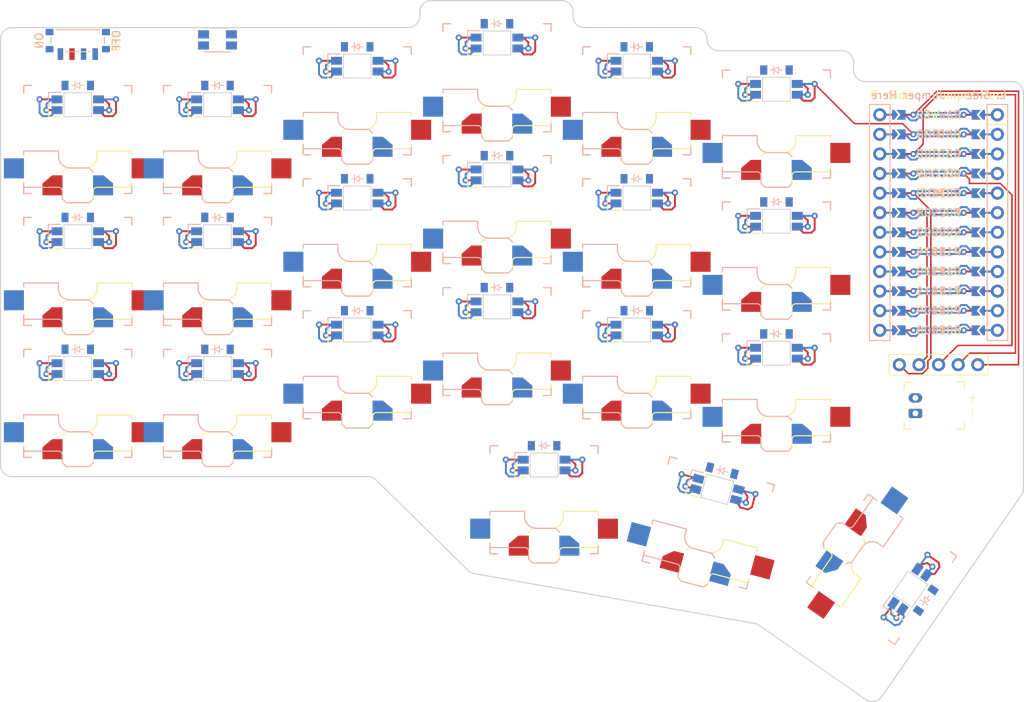
<source format=kicad_pcb>
(kicad_pcb (version 20240108) (generator "pcbnew") (generator_version "8.0")
  (title_block (title "main_pcb") (date "2024-10-22") (rev "v1.0.0") (company "Unknown"))
  (layers (0 "F.Cu" signal) (31 "B.Cu" signal) (34 "B.Paste" user) (35 "F.Paste" user) (36 "B.SilkS" user "B.Silkscreen") (37 "F.SilkS" user "F.Silkscreen") (38 "B.Mask" user) (39 "F.Mask" user) (44 "Edge.Cuts" user))
  (net 0 "")
  (net 1 "far_thumb")
  (net 2 "P031")
  (net 3 "macro_bottom")
  (net 4 "macro_middle")
  (net 5 "macro_top")
  (net 6 "P029")
  (net 7 "pinky_bottom")
  (net 8 "pinky_middle")
  (net 9 "pinky_top")
  (net 10 "P002")
  (net 11 "ring_bottom")
  (net 12 "ring_middle")
  (net 13 "ring_top")
  (net 14 "P115")
  (net 15 "middle_bottom")
  (net 16 "middle_middle")
  (net 17 "middle_top")
  (net 18 "P113")
  (net 19 "index_bottom")
  (net 20 "index_middle")
  (net 21 "index_top")
  (net 22 "P111")
  (net 23 "inner_bottom")
  (net 24 "inner_middle")
  (net 25 "inner_top")
  (net 26 "near_thumb")
  (net 27 "home_thumb")
  (net 28 "VCC")
  (net 29 "RGB")
  (net 30 "GND")
  (net 31 "RGB_2")
  (net 32 "RGB_3")
  (net 33 "RGB_4")
  (net 34 "RGB_5")
  (net 35 "RGB_6")
  (net 36 "RGB_7")
  (net 37 "RGB_8")
  (net 38 "RGB_9")
  (net 39 "RGB_10")
  (net 40 "RGB_11")
  (net 41 "RGB_12")
  (net 42 "RGB_13")
  (net 43 "RGB_14")
  (net 44 "RGB_15")
  (net 45 "RGB_16")
  (net 46 "RGB_17")
  (net 47 "RGB_18")
  (net 48 "RGB_19")
  (net 49 "RGB_20")
  (net 50 "RGB_21")
  (net 51 "RGB_22")
  (net 52 "P009")
  (net 53 "P106")
  (net 54 "P104")
  (net 55 "P010")
  (net 56 "RAW")
  (net 57 "RST")
  (net 58 "CS")
  (net 59 "MOSI")
  (net 60 "SCK")
  (net 61 "P022")
  (net 62 "P024")
  (net 63 "P100")
  (net 64 "P011")
  (net 65 "MCU1_24")
  (net 66 "MCU1_1")
  (net 67 "MCU1_23")
  (net 68 "MCU1_2")
  (net 69 "MCU1_22")
  (net 70 "MCU1_3")
  (net 71 "MCU1_21")
  (net 72 "MCU1_4")
  (net 73 "MCU1_20")
  (net 74 "MCU1_5")
  (net 75 "MCU1_19")
  (net 76 "MCU1_6")
  (net 77 "MCU1_18")
  (net 78 "MCU1_7")
  (net 79 "MCU1_17")
  (net 80 "MCU1_8")
  (net 81 "MCU1_16")
  (net 82 "MCU1_9")
  (net 83 "MCU1_15")
  (net 84 "MCU1_10")
  (net 85 "MCU1_14")
  (net 86 "MCU1_11")
  (net 87 "MCU1_13")
  (net 88 "MCU1_12")
  (net 89 "BAT_P")
  (footprint "PG1350" (layer "F.Cu") (at 179.107776 96.517543 55)
    (property "Reference" "S1" (hide yes))
    (property "Value" "")
  )
  (footprint "PG1350" (layer "F.Cu") (at 93.1 75 180)
    (property "Reference" "S5" (hide yes))
    (property "Value" "")
  )
  (footprint "PG1350" (layer "F.Cu") (at 129.3 67 180)
    (property "Reference" "S11" (hide yes))
    (property "Value" "")
  )
  (footprint "nice_nano" (layer "F.Cu") (at 186.5 50.3)
    (property "Reference" "MCU1" (hide yes))
    (property "Value" "")
  )
  (footprint "PG1350" (layer "F.Cu") (at 111.2 70 180)
    (property "Reference" "S8" (hide yes))
    (property "Value" "")
  )
  (footprint "PG1350" (layer "F.Cu") (at 75 40.8 180)
    (property "Reference" "S4" (hide yes))
    (property "Value" "")
  )
  (footprint "ComboDiode" (layer "F.Cu") (at 129.3 42.9)
    (property "Reference" "D11" (hide yes))
    (property "Value" "" (hide yes))
  )
  (footprint "garethbradley:battery_connector_jst_ph_2" (layer "F.Cu") (at 183.5 75.3 90)
    (property "Reference" "JST1" (hide yes))
    (property "Value" "")
  )
  (footprint "ComboDiode" (layer "F.Cu") (at 111.2 45.9)
    (property "Reference" "D8" (hide yes))
    (property "Value" "" (hide yes))
  )
  (footprint "ComboDiode" (layer "F.Cu") (at 75 68)
    (property "Reference" "D1" (hide yes))
    (property "Value" "" (hide yes))
  )
  (footprint "ComboDiode" (layer "F.Cu") (at 75 33.8)
    (property "Reference" "D3" (hide yes))
    (property "Value" "" (hide yes))
  )
  (footprint "ComboDiode" (layer "F.Cu") (at 129.3 60)
    (property "Reference" "D10" (hide yes))
    (property "Value" "" (hide yes))
  )
  (footprint "PG1350" (layer "F.Cu") (at 93.1 40.8 180)
    (property "Reference" "S7" (hide yes))
    (property "Value" "")
  )
  (footprint "ComboDiode" (layer "F.Cu") (at 129.3 25.8)
    (property "Reference" "D12" (hide yes))
    (property "Value" "" (hide yes))
  )
  (footprint "ComboDiode" (layer "F.Cu") (at 147.4 28.8)
    (property "Reference" "D15" (hide yes))
    (property "Value" "" (hide yes))
  )
  (footprint "ComboDiode" (layer "F.Cu") (at 147.4 63)
    (property "Reference" "D13" (hide yes))
    (property "Value" "" (hide yes))
  )
  (footprint "ComboDiode" (layer "F.Cu") (at 184.84184 100.532578 55)
    (property "Reference" "D21" (hide yes))
    (property "Value" "" (hide yes))
  )
  (footprint "ComboDiode" (layer "F.Cu") (at 93.1 33.8)
    (property "Reference" "D6" (hide yes))
    (property "Value" "" (hide yes))
  )
  (footprint "PG1350" (layer "F.Cu") (at 111.2 52.9 180)
    (property "Reference" "S9" (hide yes))
    (property "Value" "")
  )
  (footprint "PG1350" (layer "F.Cu") (at 135.4 87.5 180)
    (property "Reference" "S20" (hide yes))
    (property "Value" "")
  )
  (footprint "PG1350" (layer "F.Cu") (at 75 57.9 180)
    (property "Reference" "S3" (hide yes))
    (property "Value" "")
  )
  (footprint "PG1350" (layer "F.Cu") (at 165.5 55.9 180)
    (property "Reference" "S18" (hide yes))
    (property "Value" "")
  )
  (footprint "ComboDiode" (layer "F.Cu") (at 93.1 50.9)
    (property "Reference" "D5" (hide yes))
    (property "Value" "" (hide yes))
  )
  (footprint "ComboDiode" (layer "F.Cu") (at 111.2 28.8)
    (property "Reference" "D9" (hide yes))
    (property "Value" "" (hide yes))
  )
  (footprint "ComboDiode" (layer "F.Cu") (at 111.2 63)
    (property "Reference" "D7" (hide yes))
    (property "Value" "" (hide yes))
  )
  (footprint "PG1350" (layer "F.Cu") (at 129.3 32.8 180)
    (property "Reference" "S13" (hide yes))
    (property "Value" "")
  )
  (footprint "PG1350" (layer "F.Cu") (at 156.65 90.5 165)
    (property "Reference" "S21" (hide yes))
    (property "Value" "")
  )
  (footprint "PG1350" (layer "F.Cu") (at 75 75 180)
    (property "Reference" "S2" (hide yes))
    (property "Value" "")
  )
  (footprint "PG1350" (layer "F.Cu") (at 129.3 49.9 180)
    (property "Reference" "S12" (hide yes))
    (property "Value" "")
  )
  (footprint "PG1350" (layer "F.Cu") (at 93.1 57.9 180)
    (property "Reference" "S6" (hide yes))
    (property "Value" "")
  )
  (footprint "PG1350" (layer "F.Cu") (at 111.2 35.8 180)
    (property "Reference" "S10" (hide yes))
    (property "Value" "")
  )
  (footprint "nice!view" (layer "F.Cu") (at 186.5 53.3)
    (property "Reference" "DISP1" (hide yes))
    (property "Value" "")
  )
  (footprint "ComboDiode" (layer "F.Cu") (at 93.1 68)
    (property "Reference" "D4" (hide yes))
    (property "Value" "" (hide yes))
  )
  (footprint "ComboDiode" (layer "F.Cu") (at 158.461733 83.738519 -15)
    (property "Reference" "D20" (hide yes))
    (property "Value" "" (hide yes))
  )
  (footprint "ComboDiode" (layer "F.Cu") (at 165.5 31.8)
    (property "Reference" "D18" (hide yes))
    (property "Value" "" (hide yes))
  )
  (footprint "PG1350" (layer "F.Cu") (at 165.5 73 180)
    (property "Reference" "S17" (hide yes))
    (property "Value" "")
  )
  (footprint "ComboDiode" (layer "F.Cu") (at 165.5 48.9)
    (property "Reference" "D17" (hide yes))
    (property "Value" "" (hide yes))
  )
  (footprint "ComboDiode" (layer "F.Cu") (at 165.5 66)
    (property "Reference" "D16" (hide yes))
    (property "Value" "" (hide yes))
  )
  (footprint "ComboDiode" (layer "F.Cu") (at 75 50.9)
    (property "Reference" "D2" (hide yes))
    (property "Value" "" (hide yes))
  )
  (footprint "sw_reset_side" (layer "F.Cu") (at 93.1 27.9 90)
    (property "Reference" "SW1" (hide yes))
    (property "Value" "")
  )
  (footprint "ComboDiode" (layer "F.Cu") (at 135.4 80.5)
    (property "Reference" "D19" (hide yes))
    (property "Value" "" (hide yes))
  )
  (footprint "PG1350" (layer "F.Cu") (at 147.4 70 180)
    (property "Reference" "S14" (hide yes))
    (property "Value" "")
  )
  (footprint "PG1350" (layer "F.Cu") (at 147.4 52.9 180)
    (property "Reference" "S15" (hide yes))
    (property "Value" "")
  )
  (footprint "ComboDiode" (layer "F.Cu") (at 147.4 45.9)
    (property "Reference" "D14" (hide yes))
    (property "Value" "" (hide yes))
  )
  (footprint "PG1350" (layer "F.Cu") (at 165.5 38.8 180)
    (property "Reference" "S19" (hide yes))
    (property "Value" "")
  )
  (footprint "PG1350" (layer "F.Cu") (at 147.4 35.8 180)
    (property "Reference" "S16" (hide yes))
    (property "Value" "")
  )
  (footprint "ceoloide:led_SK6812mini-e (per-key, reversible)" (layer "B.Cu") (at 165.5 51.4)
    (property "Reference" "LED12" (hide yes))
    (property "Value" "")
    (fp_rect (start -1.8 -1.55) (end 1.8 1.55) (stroke (width 0.12)) (fill none) (layer "Edge.Cuts"))
  )
  (footprint "ceoloide:led_SK6812mini-e (per-key, reversible)" (layer "B.Cu") (at 147.4 31.3)
    (property "Reference" "LED2" (hide yes))
    (property "Value" "")
    (fp_rect (start -1.8 -1.55) (end 1.8 1.55) (stroke (width 0.12)) (fill none) (layer "Edge.Cuts"))
  )
  (footprint "ceoloide:led_SK6812mini-e (per-key, reversible)" (layer "B.Cu") (at 75 36.3)
    (property "Reference" "LED6" (hide yes))
    (property "Value" "")
    (fp_rect (start -1.8 -1.55) (end 1.8 1.55) (stroke (width 0.12)) (fill none) (layer "Edge.Cuts"))
  )
  (footprint "ceoloide:led_SK6812mini-e (per-key, reversible)" (layer "B.Cu") (at 129.3 28.3)
    (property "Reference" "LED3" (hide yes))
    (property "Value" "")
    (fp_rect (start -1.8 -1.55) (end 1.8 1.55) (stroke (width 0.12)) (fill none) (layer "Edge.Cuts"))
  )
  (footprint "ceoloide:led_SK6812mini-e (per-key, reversible)" (layer "B.Cu") (at 129.3 62.5)
    (property "Reference" "LED15" (hide yes))
    (property "Value" "")
    (fp_rect (start -1.8 -1.55) (end 1.8 1.55) (stroke (width 0.12)) (fill none) (layer "Edge.Cuts"))
  )
  (footprint "ceoloide:led_SK6812mini-e (per-key, reversible)" (layer "B.Cu") (at 93.1 53.4)
    (property "Reference" "LED8" (hide yes))
    (property "Value" "")
    (fp_rect (start -1.8 -1.55) (end 1.8 1.55) (stroke (width 0.12)) (fill none) (layer "Edge.Cuts"))
  )
  (footprint "ceoloide:led_SK6812mini-e (per-key, reversible)" (layer "B.Cu") (at 165.5 34.3)
    (property "Reference" "LED1" (hide yes))
    (property "Value" "")
    (fp_rect (start -1.8 -1.55) (end 1.8 1.55) (stroke (width 0.12)) (fill none) (layer "Edge.Cuts"))
  )
  (footprint "ceoloide:led_SK6812mini-e (per-key, reversible)" (layer "B.Cu") (at 111.2 48.4)
    (property "Reference" "LED9" (hide yes))
    (property "Value" "")
    (fp_rect (start -1.8 -1.55) (end 1.8 1.55) (stroke (width 0.12)) (fill none) (layer "Edge.Cuts"))
  )
  (footprint "ceoloide:led_SK6812mini-e (per-key, reversible)" (layer "B.Cu") (at 93.1 36.3)
    (property "Reference" "LED5" (hide yes))
    (property "Value" "")
    (fp_rect (start -1.8 -1.55) (end 1.8 1.55) (stroke (width 0.12)) (fill none) (layer "Edge.Cuts"))
  )
  (footprint "ceoloide:led_SK6812mini-e (per-key, reversible)" (layer "B.Cu") (at 111.2 65.5)
    (property "Reference" "LED16" (hide yes))
    (property "Value" "")
    (fp_rect (start -1.8 -1.55) (end 1.8 1.55) (stroke (width 0.12)) (fill none) (layer "Edge.Cuts"))
  )
  (footprint "ceoloide:led_SK6812mini-e (per-key, reversible)" (layer "B.Cu") (at 157.814686 86.153334 -15)
    (property "Reference" "LED20" (hide yes))
    (property "Value" "")
    (fp_poly (pts (xy -1.8 -1.55) (xy 1.8 -1.55) (xy 1.8 1.55) (xy -1.8 1.55)) (stroke (width 0.12)) (fill none) (layer "Edge.Cuts"))
  )
  (footprint "ceoloide:led_SK6812mini-e (per-key, reversible)" (layer "B.Cu") (at 93.1 70.5)
    (property "Reference" "LED17" (hide yes))
    (property "Value" "")
    (fp_rect (start -1.8 -1.55) (end 1.8 1.55) (stroke (width 0.12)) (fill none) (layer "Edge.Cuts"))
  )
  (footprint "ceoloide:led_SK6812mini-e (per-key, reversible)" (layer "B.Cu") (at 165.5 68.5)
    (property "Reference" "LED13" (hide yes))
    (property "Value" "")
    (fp_rect (start -1.8 -1.55) (end 1.8 1.55) (stroke (width 0.12)) (fill none) (layer "Edge.Cuts"))
  )
  (footprint "ceoloide:led_SK6812mini-e (per-key, reversible)" (layer "B.Cu") (at 147.4 65.5)
    (property "Reference" "LED14" (hide yes))
    (property "Value" "")
    (fp_rect (start -1.8 -1.55) (end 1.8 1.55) (stroke (width 0.12)) (fill none) (layer "Edge.Cuts"))
  )
  (footprint "ceoloide:led_SK6812mini-e (per-key, reversible)" (layer "B.Cu") (at 135.4 83)
    (property "Reference" "LED19" (hide yes))
    (property "Value" "")
    (fp_rect (start -1.8 -1.55) (end 1.8 1.55) (stroke (width 0.12)) (fill none) (layer "Edge.Cuts"))
  )
  (footprint "ceoloide:power_switch_smd_side" (layer "B.Cu") (at 75 28 90)
    (property "Reference" "PWR1" (hide yes))
    (property "Value" "")
  )
  (footprint "ceoloide:led_SK6812mini-e (per-key, reversible)" (layer "B.Cu") (at 182.79396 99.098637 55)
    (property "Reference" "LED21" (hide yes))
    (property "Value" "")
    (fp_poly (pts (xy -1.8 -1.55) (xy 1.8 -1.55) (xy 1.8 1.55) (xy -1.8 1.55)) (stroke (width 0.12)) (fill none) (layer "Edge.Cuts"))
  )
  (footprint "ceoloide:led_SK6812mini-e (per-key, reversible)" (layer "B.Cu") (at 75 70.5)
    (property "Reference" "LED18" (hide yes))
    (property "Value" "")
    (fp_rect (start -1.8 -1.55) (end 1.8 1.55) (stroke (width 0.12)) (fill none) (layer "Edge.Cuts"))
  )
  (footprint "ceoloide:led_SK6812mini-e (per-key, reversible)" (layer "B.Cu") (at 147.4 48.4)
    (property "Reference" "LED11" (hide yes))
    (property "Value" "")
    (fp_rect (start -1.8 -1.55) (end 1.8 1.55) (stroke (width 0.12)) (fill none) (layer "Edge.Cuts"))
  )
  (footprint "ceoloide:led_SK6812mini-e (per-key, reversible)" (layer "B.Cu") (at 129.3 45.4)
    (property "Reference" "LED10" (hide yes))
    (property "Value" "")
    (fp_rect (start -1.8 -1.55) (end 1.8 1.55) (stroke (width 0.12)) (fill none) (layer "Edge.Cuts"))
  )
  (footprint "ceoloide:led_SK6812mini-e (per-key, reversible)" (layer "B.Cu") (at 75 53.4)
    (property "Reference" "LED7" (hide yes))
    (property "Value" "")
    (fp_rect (start -1.8 -1.55) (end 1.8 1.55) (stroke (width 0.12)) (fill none) (layer "Edge.Cuts"))
  )
  (footprint "ceoloide:led_SK6812mini-e (per-key, reversible)" (layer "B.Cu") (at 111.2 31.3)
    (property "Reference" "LED4" (hide yes))
    (property "Value" "")
    (fp_rect (start -1.8 -1.55) (end 1.8 1.55) (stroke (width 0.12)) (fill none) (layer "Edge.Cuts"))
  )
  (gr_arc (start 66.5 84.5) (mid 65.43934 84.06066) (end 65 83) (stroke (width 0.15)) (layer "Edge.Cuts"))
  (gr_line (start 195.999932 33.300068) (end 177.000068 33.300932) (stroke (width 0.15)) (layer "Edge.Cuts"))
  (gr_arc (start 119.3 24.299) (mid 119.73934 23.23834) (end 120.8 22.799) (stroke (width 0.15)) (layer "Edge.Cuts"))
  (gr_arc (start 112.585642 84.5) (mid 113.154155 84.611927) (end 113.637851 84.930956) (stroke (width 0.15)) (layer "Edge.Cuts"))
  (gr_arc (start 126.358257 97.08137) (mid 125.932366 96.937312) (end 125.568293 96.673517) (stroke (width 0.15)) (layer "Edge.Cuts"))
  (gr_line (start 139.139517 24.671841) (end 139.160491 24.427065) (stroke (width 0.15)) (layer "Edge.Cuts"))
  (gr_arc (start 195.999932 33.300068) (mid 197.060647 33.739382) (end 197.5 34.800068) (stroke (width 0.15)) (layer "Edge.Cuts"))
  (gr_line (start 126.358257 97.08137) (end 162.65443 103.526282) (stroke (width 0.15)) (layer "Edge.Cuts"))
  (gr_line (start 175.5 31.800932) (end 175.5 30.8) (stroke (width 0.15)) (layer "Edge.Cuts"))
  (gr_arc (start 179.142631 113.016535) (mid 178.175295 113.638975) (end 177.051569 113.393269) (stroke (width 0.15)) (layer "Edge.Cuts"))
  (gr_arc (start 174 29.3) (mid 175.06066 29.73934) (end 175.5 30.8) (stroke (width 0.15)) (layer "Edge.Cuts"))
  (gr_line (start 154.999914 26.299086) (end 140.634125 26.299907) (stroke (width 0.15)) (layer "Edge.Cuts"))
  (gr_line (start 65 27.8) (end 65 83) (stroke (width 0.15)) (layer "Edge.Cuts"))
  (gr_arc (start 140.634125 26.299907) (mid 139.529027 25.814324) (end 139.139517 24.671841) (stroke (width 0.15)) (layer "Edge.Cuts"))
  (gr_arc (start 158 29.3) (mid 156.93934 28.86066) (end 156.5 27.8) (stroke (width 0.15)) (layer "Edge.Cuts"))
  (gr_arc (start 119.3 24.8) (mid 118.86066 25.86066) (end 117.8 26.3) (stroke (width 0.15)) (layer "Edge.Cuts"))
  (gr_line (start 174 29.3) (end 158 29.3) (stroke (width 0.15)) (layer "Edge.Cuts"))
  (gr_arc (start 137.665968 22.799) (mid 138.771001 23.284617) (end 139.160491 24.427065) (stroke (width 0.15)) (layer "Edge.Cuts"))
  (gr_line (start 137.665968 22.799) (end 120.8 22.799) (stroke (width 0.15)) (layer "Edge.Cuts"))
  (gr_arc (start 177.000068 33.300932) (mid 175.939353 32.861618) (end 175.5 31.800932) (stroke (width 0.15)) (layer "Edge.Cuts"))
  (gr_arc (start 162.65443 103.526282) (mid 162.965581 103.617096) (end 163.249954 103.772638) (stroke (width 0.15)) (layer "Edge.Cuts"))
  (gr_arc (start 154.999914 26.299086) (mid 156.060635 26.738395) (end 156.5 27.799086) (stroke (width 0.15)) (layer "Edge.Cuts"))
  (gr_line (start 179.142631 113.016535) (end 197.233293 86.885248) (stroke (width 0.15)) (layer "Edge.Cuts"))
  (gr_arc (start 197.5 86.03144) (mid 197.431761 86.478682) (end 197.233293 86.885248) (stroke (width 0.15)) (layer "Edge.Cuts"))
  (gr_arc (start 65 27.8) (mid 65.43934 26.73934) (end 66.5 26.3) (stroke (width 0.15)) (layer "Edge.Cuts"))
  (gr_line (start 113.637851 84.930956) (end 125.568293 96.673517) (stroke (width 0.15)) (layer "Edge.Cuts"))
  (gr_line (start 117.8 26.3) (end 66.5 26.3) (stroke (width 0.15)) (layer "Edge.Cuts"))
  (gr_line (start 119.3 24.299) (end 119.3 24.8) (stroke (width 0.15)) (layer "Edge.Cuts"))
  (gr_line (start 197.5 86.03144) (end 197.5 34.800068) (stroke (width 0.15)) (layer "Edge.Cuts"))
  (gr_line (start 163.249954 103.772638) (end 177.051569 113.393269) (stroke (width 0.15)) (layer "Edge.Cuts"))
  (gr_line (start 66.5 84.5) (end 112.585642 84.5) (stroke (width 0.15)) (layer "Edge.Cuts"))
  (gr_line (start 156.5 27.8) (end 156.5 27.799086) (stroke (width 0.15)) (layer "Edge.Cuts"))
  (segment (start 191.28 47.76) (end 189.76 47.76) (width 0.25) (layer "F.Cu") (net 2))
  (segment (start 183.96 48.1) (end 184.05 48.01) (width 0.25) (layer "B.Cu") (net 2))
  (segment (start 184.05 48.01) (end 189.51 48.01) (width 0.25) (layer "B.Cu") (net 2))
  (segment (start 181.72 47.76) (end 182.16 47.76) (width 0.25) (layer "B.Cu") (net 2))
  (segment (start 182.89 48.49) (end 183.59 48.49) (width 0.25) (layer "B.Cu") (net 2))
  (segment (start 182.16 47.76) (end 182.89 48.49) (width 0.25) (layer "B.Cu") (net 2))
  (segment (start 183.59 48.49) (end 183.96 48.11) (width 0.25) (layer "B.Cu") (net 2))
  (segment (start 183.96 48.11) (end 183.96 48.1) (width 0.25) (layer "B.Cu") (net 2))
  (segment (start 189.51 48.01) (end 189.76 47.76) (width 0.25) (layer "B.Cu") (net 2))
  (segment (start 191.28 50.3) (end 189.76 50.3) (width 0.25) (layer "F.Cu") (net 6))
  (segment (start 183.96 50.64) (end 184.05 50.55) (width 0.25) (layer "B.Cu") (net 6))
  (segment (start 183.59 51.03) (end 183.96 50.65) (width 0.25) (layer "B.Cu") (net 6))
  (segment (start 189.51 50.55) (end 189.76 50.3) (width 0.25) (layer "B.Cu") (net 6))
  (segment (start 182.89 51.03) (end 183.59 51.03) (width 0.25) (layer "B.Cu") (net 6))
  (segment (start 182.16 50.3) (end 182.89 51.03) (width 0.25) (layer "B.Cu") (net 6))
  (segment (start 181.72 50.3) (end 182.16 50.3) (width 0.25) (layer "B.Cu") (net 6))
  (segment (start 184.05 50.55) (end 189.51 50.55) (width 0.25) (layer "B.Cu") (net 6))
  (segment (start 183.96 50.65) (end 183.96 50.64) (width 0.25) (layer "B.Cu") (net 6))
  (segment (start 191.28 52.84) (end 189.76 52.84) (width 0.25) (layer "F.Cu") (net 10))
  (segment (start 183.96 53.18) (end 184.05 53.09) (width 0.25) (layer "B.Cu") (net 10))
  (segment (start 183.59 53.57) (end 183.96 53.19) (width 0.25) (layer "B.Cu") (net 10))
  (segment (start 184.05 53.09) (end 189.51 53.09) (width 0.25) (layer "B.Cu") (net 10))
  (segment (start 181.72 52.84) (end 182.16 52.84) (width 0.25) (layer "B.Cu") (net 10))
  (segment (start 182.89 53.57) (end 183.59 53.57) (width 0.25) (layer "B.Cu") (net 10))
  (segment (start 189.51 53.09) (end 189.76 52.84) (width 0.25) (layer "B.Cu") (net 10))
  (segment (start 182.16 52.84) (end 182.89 53.57) (width 0.25) (layer "B.Cu") (net 10))
  (segment (start 183.96 53.19) (end 183.96 53.18) (width 0.25) (layer "B.Cu") (net 10))
  (segment (start 191.28 55.38) (end 189.76 55.38) (width 0.25) (layer "F.Cu") (net 14))
  (segment (start 184.05 55.63) (end 189.51 55.63) (width 0.25) (layer "B.Cu") (net 14))
  (segment (start 183.59 56.11) (end 183.96 55.73) (width 0.25) (layer "B.Cu") (net 14))
  (segment (start 182.89 56.11) (end 183.59 56.11) (width 0.25) (layer "B.Cu") (net 14))
  (segment (start 183.96 55.72) (end 184.05 55.63) (width 0.25) (layer "B.Cu") (net 14))
  (segment (start 182.16 55.38) (end 182.89 56.11) (width 0.25) (layer "B.Cu") (net 14))
  (segment (start 189.51 55.63) (end 189.76 55.38) (width 0.25) (layer "B.Cu") (net 14))
  (segment (start 181.72 55.38) (end 182.16 55.38) (width 0.25) (layer "B.Cu") (net 14))
  (segment (start 183.96 55.73) (end 183.96 55.72) (width 0.25) (layer "B.Cu") (net 14))
  (segment (start 191.28 57.92) (end 189.76 57.92) (width 0.25) (layer "F.Cu") (net 18))
  (segment (start 184.05 58.17) (end 189.51 58.17) (width 0.25) (layer "B.Cu") (net 18))
  (segment (start 183.96 58.27) (end 183.96 58.26) (width 0.25) (layer "B.Cu") (net 18))
  (segment (start 183.96 58.26) (end 184.05 58.17) (width 0.25) (layer "B.Cu") (net 18))
  (segment (start 182.16 57.92) (end 182.89 58.65) (width 0.25) (layer "B.Cu") (net 18))
  (segment (start 181.72 57.92) (end 182.16 57.92) (width 0.25) (layer "B.Cu") (net 18))
  (segment (start 189.51 58.17) (end 189.76 57.92) (width 0.25) (layer "B.Cu") (net 18))
  (segment (start 183.59 58.65) (end 183.96 58.27) (width 0.25) (layer "B.Cu") (net 18))
  (segment (start 182.89 58.65) (end 183.59 58.65) (width 0.25) (layer "B.Cu") (net 18))
  (segment (start 191.28 60.46) (end 189.76 60.46) (width 0.25) (layer "F.Cu") (net 22))
  (segment (start 182.89 61.19) (end 183.59 61.19) (width 0.25) (layer "B.Cu") (net 22))
  (segment (start 189.51 60.71) (end 189.76 60.46) (width 0.25) (layer "B.Cu") (net 22))
  (segment (start 184.05 60.71) (end 189.51 60.71) (width 0.25) (layer "B.Cu") (net 22))
  (segment (start 183.96 60.8) (end 184.05 60.71) (width 0.25) (layer "B.Cu") (net 22))
  (segment (start 183.59 61.19) (end 183.96 60.81) (width 0.25) (layer "B.Cu") (net 22))
  (segment (start 182.16 60.46) (end 182.89 61.19) (width 0.25) (layer "B.Cu") (net 22))
  (segment (start 181.72 60.46) (end 182.16 60.46) (width 0.25) (layer "B.Cu") (net 22))
  (segment (start 183.96 60.81) (end 183.96 60.8) (width 0.25) (layer "B.Cu") (net 22))
  (segment (start 114.6 30.6) (end 115.26 31.194084) (width 0.25) (layer "F.Cu") (net 28))
  (segment (start 196 48) (end 194.5 46.5) (width 0.2) (layer "F.Cu") (net 28))
  (segment (start 168.9 67.8) (end 169.56 68.394084) (width 0.25) (layer "F.Cu") (net 28))
  (segment (start 133.36 45.294084) (end 133.36 46.1) (width 0.25) (layer "F.Cu") (net 28))
  (segment (start 150.8 64.8) (end 151.46 65.394084) (width 0.25) (layer "F.Cu") (net 28))
  (segment (start 168.9 50.7) (end 169.56 51.294084) (width 0.25) (layer "F.Cu") (net 28))
  (segment (start 132 61.8) (end 132.7 61.8) (width 0.25) (layer "F.Cu") (net 28))
  (segment (start 138.8 82.3) (end 139.46 82.894084) (width 0.25) (layer "F.Cu") (net 28))
  (segment (start 186.5 70) (end 189 67.5) (width 0.2) (layer "F.Cu") (net 28))
  (segment (start 191.28 45.22) (end 189.76 45.22) (width 0.25) (layer "F.Cu") (net 28))
  (segment (start 96.5 69.8) (end 97.16 70.394084) (width 0.25) (layer "F.Cu") (net 28))
  (segment (start 96.5 52.7) (end 97.16 53.294084) (width 0.25) (layer "F.Cu") (net 28))
  (segment (start 95.8 52.7) (end 96.5 52.7) (width 0.25) (layer "F.Cu") (net 28))
  (segment (start 113.9 47.7) (end 114.6 47.7) (width 0.25) (layer "F.Cu") (net 28))
  (segment (start 168.9 33.6) (end 169.56 34.194084) (width 0.25) (layer "F.Cu") (net 28))
  (segment (start 185.035919 95.712129) (end 185.696087 96.174383) (width 0.25) (layer "F.Cu") (net 28))
  (segment (start 150.1 64.8) (end 150.8 64.8) (width 0.25) (layer "F.Cu") (net 28))
  (segment (start 168.2 67.8) (end 168.9 67.8) (width 0.25) (layer "F.Cu") (net 28))
  (segment (start 77.7 69.8) (end 78.4 69.8) (width 0.25) (layer "F.Cu") (net 28))
  (segment (start 113.9 64.8) (end 114.6 64.8) (width 0.25) (layer "F.Cu") (net 28))
  (segment (start 115.26 65.394084) (end 115.26 66.2) (width 0.25) (layer "F.Cu") (net 28))
  (segment (start 196 67.5) (end 196 48) (width 0.2) (layer "F.Cu") (net 28))
  (segment (start 160.603859 86.175997) (end 161.280007 86.357171) (width 0.25) (layer "F.Cu") (net 28))
  (segment (start 95.8 35.6) (end 96.5 35.6) (width 0.25) (layer "F.Cu") (net 28))
  (segment (start 161.280007 86.357171) (end 161.763758 87.101832) (width 0.25) (layer "F.Cu") (net 28))
  (segment (start 78.4 69.8) (end 79.06 70.394084) (width 0.25) (layer "F.Cu") (net 28))
  (segment (start 114.6 64.8) (end 115.26 65.394084) (width 0.25) (layer "F.Cu") (net 28))
  (segment (start 138.1 82.3) (end 138.8 82.3) (width 0.25) (layer "F.Cu") (net 28))
  (segment (start 78.4 35.6) (end 79.06 36.194084) (width 0.25) (layer "F.Cu") (net 28))
  (segment (start 115.26 48.294084) (end 115.26 49.1) (width 0.25) (layer "F.Cu") (net 28))
  (segment (start 132.7 61.8) (end 133.36 62.394084) (width 0.25) (layer "F.Cu") (net 28))
  (segment (start 78.4 52.7) (end 79.06 53.294084) (width 0.25) (layer "F.Cu") (net 28))
  (segment (start 169.56 34.194084) (end 169.56 35) (width 0.25) (layer "F.Cu") (net 28))
  (segment (start 150.1 30.6) (end 150.8 30.6) (width 0.25) (layer "F.Cu") (net 28))
  (segment (start 194.5 46.5) (end 190.5 46.5) (width 0.2) (layer "F.Cu") (net 28))
  (segment (start 96.5 35.6) (end 97.16 36.194084) (width 0.25) (layer "F.Cu") (net 28))
  (segment (start 151.46 48.294084) (end 151.46 49.1) (width 0.25) (layer "F.Cu") (net 28))
  (segment (start 133.36 62.394084) (end 133.36 63.2) (width 0.25) (layer "F.Cu") (net 28))
  (segment (start 151.46 31.194084) (end 151.46 32) (width 0.25) (layer "F.Cu") (net 28))
  (segment (start 115.26 31.194084) (end 115.26 32) (width 0.25) (layer "F.Cu") (net 28))
  (segment (start 133.36 28.194084) (end 133.36 29) (width 0.25) (layer "F.Cu") (net 28))
  (segment (start 77.7 35.6) (end 78.4 35.6) (width 0.25) (layer "F.Cu") (net 28))
  (segment (start 168.2 50.7) (end 168.9 50.7) (width 0.25) (layer "F.Cu") (net 28))
  (segment (start 95.8 69.8) (end 96.5 69.8) (width 0.25) (layer "F.Cu") (net 28))
  (segment (start 168.2 33.6) (end 168.9 33.6) (width 0.25) (layer "F.Cu") (net 28))
  (segment (start 190.5 46.5) (end 190.5 45.958) (width 0.2) (layer "F.Cu") (net 28))
  (segment (start 189 67.5) (end 196 67.5) (width 0.2) (layer "F.Cu") (net 28))
  (segment (start 79.06 53.294084) (end 79.06 54.1) (width 0.25) (layer "F.Cu") (net 28))
  (segment (start 114.6 47.7) (end 115.26 48.294084) (width 0.25) (layer "F.Cu") (net 28))
  (segment (start 113.9 30.6) (end 114.6 30.6) (width 0.25) (layer "F.Cu") (net 28))
  (segment (start 151.46 65.394084) (end 151.46 66.2) (width 0.25) (layer "F.Cu") (net 28))
  (segment (start 183.76921 96.485423) (end 184.170713 95.912016) (width 0.25) (layer "F.Cu") (net 28))
  (segment (start 169.56 51.294084) (end 169.56 52.1) (width 0.25) (layer "F.Cu") (net 28))
  (segment (start 97.16 53.294084) (end 97.16 54.1) (width 0.25) (layer "F.Cu") (net 28))
  (segment (start 169.56 68.394084) (end 169.56 69.2) (width 0.25) (layer "F.Cu") (net 28))
  (segment (start 79.06 36.194084) (end 79.06 37) (width 0.25) (layer "F.Cu") (net 28))
  (segment (start 161.763758 87.101832) (end 161.555171 87.880287) (width 0.25) (layer "F.Cu") (net 28))
  (segment (start 132 44.7) (end 132.7 44.7) (width 0.25) (layer "F.Cu") (net 28))
  (segment (start 150.8 47.7) (end 151.46 48.294084) (width 0.25) (layer "F.Cu") (net 28))
  (segment (start 150.1 47.7) (end 150.8 47.7) (width 0.25) (layer "F.Cu") (net 28))
  (segment (start 79.06 70.394084) (end 79.06 71.2) (width 0.25) (layer "F.Cu") (net 28))
  (segment (start 132.7 44.7) (end 133.36 45.294084) (width 0.25) (layer "F.Cu") (net 28))
  (segment (start 184.170713 95.912016) (end 185.035919 95.712129) (width 0.25) (layer "F.Cu") (net 28))
  (segment (start 132 27.6) (end 132.7 27.6) (width 0.25) (layer "F.Cu") (net 28))
  (segment (start 132.7 27.6) (end 133.36 28.194084) (width 0.25) (layer "F.Cu") (net 28))
  (segment (start 150.8 30.6) (end 151.46 31.194084) (width 0.25) (layer "F.Cu") (net 28))
  (segment (start 190.5 45.958) (end 189.762 45.22) (width 0.2) (layer "F.Cu") (net 28))
  (segment (start 97.16 36.194084) (end 97.16 37) (width 0.25) (layer "F.Cu") (net 28))
  (segment (start 77.7 52.7) (end 78.4 52.7) (width 0.25) (layer "F.Cu") (net 28))
  (segment (start 139.46 82.894084) (end 139.46 83.7) (width 0.25) (layer "F.Cu") (net 28))
  (segment (start 97.16 70.394084) (end 97.16 71.2) (width 0.25) (layer "F.Cu") (net 28))
  (via (at 151.46 32) (size 0.8) (drill 0.4) (layers "F.Cu" "B.Cu") (net 28))
  (via (at 97.16 71.2) (size 0.8) (drill 0.4) (layers "F.Cu" "B.Cu") (net 28))
  (via (at 151.46 66.2) (size 0.8) (drill 0.4) (layers "F.Cu" "B.Cu") (net 28))
  (via (at 161.555171 87.880287) (size 0.8) (drill 0.4) (layers "F.Cu" "B.Cu") (net 28))
  (via (at 133.36 63.2) (size 0.8) (drill 0.4) (layers "F.Cu" "B.Cu") (net 28))
  (via (at 151.46 49.1) (size 0.8) (drill 0.4) (layers "F.Cu" "B.Cu") (net 28))
  (via (at 133.36 46.1) (size 0.8) (drill 0.4) (layers "F.Cu" "B.Cu") (net 28))
  (via (at 79.06 54.1) (size 0.8) (drill 0.4) (layers "F.Cu" "B.Cu") (net 28))
  (via (at 97.16 37) (size 0.8) (drill 0.4) (layers "F.Cu" "B.Cu") (net 28))
  (via (at 79.06 37) (size 0.8) (drill 0.4) (layers "F.Cu" "B.Cu") (net 28))
  (via (at 169.56 69.2) (size 0.8) (drill 0.4) (layers "F.Cu" "B.Cu") (net 28))
  (via (at 169.56 52.1) (size 0.8) (drill 0.4) (layers "F.Cu" "B.Cu") (net 28))
  (via (at 185.696087 96.174383) (size 0.8) (drill 0.4) (layers "F.Cu" "B.Cu") (net 28))
  (via (at 115.26 66.2) (size 0.8) (drill 0.4) (layers "F.Cu" "B.Cu") (net 28))
  (via (at 169.56 35) (size 0.8) (drill 0.4) (layers "F.Cu" "B.Cu") (net 28))
  (via (at 139.46 83.7) (size 0.8) (drill 0.4) (layers "F.Cu" "B.Cu") (net 28))
  (via (at 115.26 49.1) (size 0.8) (drill 0.4) (layers "F.Cu" "B.Cu") (net 28))
  (via (at 133.36 29) (size 0.8) (drill 0.4) (layers "F.Cu" "B.Cu") (net 28))
  (via (at 115.26 32) (size 0.8) (drill 0.4) (layers "F.Cu" "B.Cu") (net 28))
  (via (at 97.16 54.1) (size 0.8) (drill 0.4) (layers "F.Cu" "B.Cu") (net 28))
  (via (at 79.06 71.2) (size 0.8) (drill 0.4) (layers "F.Cu" "B.Cu") (net 28))
  (segment (start 181.72 45.22) (end 182.16 45.22) (width 0.25) (layer "B.Cu") (net 28))
  (segment (start 182.16 45.22) (end 182.89 45.95) (width 0.25) (layer "B.Cu") (net 28))
  (segment (start 184.05 45.47) (end 189.51 45.47) (width 0.25) (layer "B.Cu") (net 28))
  (segment (start 168.2 52.1) (end 169.56 52.1) (width 0.25) (layer "B.Cu") (net 28))
  (segment (start 95.8 54.1) (end 97.16 54.1) (width 0.25) (layer "B.Cu") (net 28))
  (segment (start 160.241512 87.528293) (end 161.555171 87.880287) (width 0.25) (layer "B.Cu") (net 28))
  (segment (start 132 63.2) (end 133.36 63.2) (width 0.25) (layer "B.Cu") (net 28))
  (segment (start 95.8 71.2) (end 97.16 71.2) (width 0.25) (layer "B.Cu") (net 28))
  (segment (start 150.1 66.2) (end 151.46 66.2) (width 0.25) (layer "B.Cu") (net 28))
  (segment (start 150.1 49.1) (end 151.46 49.1) (width 0.25) (layer "B.Cu") (net 28))
  (segment (start 113.9 49.1) (end 115.26 49.1) (width 0.25) (layer "B.Cu") (net 28))
  (segment (start 113.9 32) (end 115.26 32) (width 0.25) (layer "B.Cu") (net 28))
  (segment (start 189.51 45.47) (end 189.76 45.22) (width 0.25) (layer "B.Cu") (net 28))
  (segment (start 77.7 71.2) (end 79.06 71.2) (width 0.25) (layer "B.Cu") (net 28))
  (segment (start 113.9 66.2) (end 115.26 66.2) (width 0.25) (layer "B.Cu") (net 28))
  (segment (start 77.7 37) (end 79.06 37) (width 0.25) (layer "B.Cu") (net 28))
  (segment (start 132 29) (end 133.36 29) (width 0.25) (layer "B.Cu") (net 28))
  (segment (start 182.89 45.95) (end 183.59 45.95) (width 0.25) (layer "B.Cu") (net 28))
  (segment (start 183.96 45.56) (end 184.05 45.47) (width 0.25) (layer "B.Cu") (net 28))
  (segment (start 138.1 83.7) (end 139.46 83.7) (width 0.25) (layer "B.Cu") (net 28))
  (segment (start 150.1 32) (end 151.46 32) (width 0.25) (layer "B.Cu") (net 28))
  (segment (start 77.7 54.1) (end 79.06 54.1) (width 0.25) (layer "B.Cu") (net 28))
  (segment (start 183.96 45.57) (end 183.96 45.56) (width 0.25) (layer "B.Cu") (net 28))
  (segment (start 183.59 45.95) (end 183.96 45.57) (width 0.25) (layer "B.Cu") (net 28))
  (segment (start 132 46.1) (end 133.36 46.1) (width 0.25) (layer "B.Cu") (net 28))
  (segment (start 168.2 35) (end 169.56 35) (width 0.25) (layer "B.Cu") (net 28))
  (segment (start 95.8 37) (end 97.16 37) (width 0.25) (layer "B.Cu") (net 28))
  (segment (start 168.2 69.2) (end 169.56 69.2) (width 0.25) (layer "B.Cu") (net 28))
  (segment (start 184.916023 97.28843) (end 185.696087 96.174383) (width 0.25) (layer "B.Cu") (net 28))
  (segment (start 181.72 40.14) (end 183.24 40.14) (width 0.25) (layer "F.Cu") (net 29))
  (segment (start 170.45 35.36) (end 170.45 33.6) (width 0.25) (layer "F.Cu") (net 29))
  (segment (start 168.981 35.785) (end 170.029 35.785) (width 0.25) (layer "F.Cu") (net 29))
  (segment (start 170.029 35.785) (end 170.45 35.36) (width 0.25) (layer "F.Cu") (net 29))
  (segment (start 181.848 38.75) (end 175.6 38.75) (width 0.2) (layer "F.Cu") (net 29))
  (segment (start 175.6 38.75) (end 170.45 33.6) (width 0.2) (layer "F.Cu") (net 29))
  (segment (start 168.2 35) (end 168.981 35.785) (width 0.25) (layer "F.Cu") (net 29))
  (segment (start 183.238 40.14) (end 181.848 38.75) (width 0.2) (layer "F.Cu") (net 29))
  (via (at 170.45 33.6) (size 0.8) (drill 0.4) (layers "F.Cu" "B.Cu") (net 29))
  (segment (start 190.11 39.41) (end 189.41 39.41) (width 0.25) (layer "B.Cu") (net 29))
  (segment (start 170.45 33.6) (end 168.2 33.6) (width 0.25) (layer "B.Cu") (net 29))
  (segment (start 191.28 40.14) (end 190.84 40.14) (width 0.25) (layer "B.Cu") (net 29))
  (segment (start 183.49 39.89) (end 183.24 40.14) (width 0.25) (layer "B.Cu") (net 29))
  (segment (start 190.84 40.14) (end 190.11 39.41) (width 0.25) (layer "B.Cu") (net 29))
  (segment (start 188.94 39.89) (end 183.49 39.89) (width 0.25) (layer "B.Cu") (net 29))
  (segment (start 189.41 39.41) (end 188.94 39.89) (width 0.25) (layer "B.Cu") (net 29))
  (segment (start 132.7 83.7) (end 131.34 83.7) (width 0.25) (layer "F.Cu") (net 30))
  (segment (start 90.4 54.1) (end 89.04 54.1) (width 0.25) (layer "F.Cu") (net 30))
  (segment (start 126.6 46.1) (end 125.24 46.1) (width 0.25) (layer "F.Cu") (net 30))
  (segment (start 144.7 49.1) (end 143.34 49.1) (width 0.25) (layer "F.Cu") (net 30))
  (segment (start 196.456437 35) (end 186.403686 35) (width 0.2) (layer "F.Cu") (net 30))
  (segment (start 162.8 52.1) (end 161.44 52.1) (width 0.25) (layer "F.Cu") (net 30))
  (segment (start 72.3 37) (end 70.94 37) (width 0.25) (layer "F.Cu") (net 30))
  (segment (start 191.28 40.14) (end 189.76 40.14) (width 0.25) (layer "F.Cu") (net 30))
  (segment (start 126.6 63.2) (end 125.24 63.2) (width 0.25) (layer "F.Cu") (net 30))
  (segment (start 184.5 41.418) (end 183.238 42.68) (width 0.2) (layer "F.Cu") (net 30))
  (segment (start 108.5 66.2) (end 107.14 66.2) (width 0.25) (layer "F.Cu") (net 30))
  (segment (start 190.54 68.5) (end 196.456437 68.5) (width 0.2) (layer "F.Cu") (net 30))
  (segment (start 90.4 37) (end 89.04 37) (width 0.25) (layer "F.Cu") (net 30))
  (segment (start 189.04 70) (end 190.54 68.5) (width 0.2) (layer "F.Cu") (net 30))
  (segment (start 186.403686 35) (end 184.5 36.903686) (width 0.2) (layer "F.Cu") (net 30))
  (segment (start 181.72 42.68) (end 183.24 42.68) (width 0.25) (layer "F.Cu") (net 30))
  (segment (start 184.5 36.903686) (end 184.5 41.418) (width 0.2) (layer "F.Cu") (net 30))
  (segment (start 72.3 71.2) (end 70.94 71.2) (width 0.25) (layer "F.Cu") (net 30))
  (segment (start 162.8 35) (end 161.44 35) (width 0.25) (layer "F.Cu") (net 30))
  (segment (start 162.8 69.2) (end 161.44 69.2) (width 0.25) (layer "F.Cu") (net 30))
  (segment (start 90.4 71.2) (end 89.04 71.2) (width 0.25) (layer "F.Cu") (net 30))
  (segment (start 108.5 49.1) (end 107.14 49.1) (width 0.25) (layer "F.Cu") (net 30))
  (segment (start 72.3 54.1) (end 70.94 54.1) (width 0.25) (layer "F.Cu") (net 30))
  (segment (start 155.025513 86.130671) (end 153.711854 85.778677) (width 0.25) (layer "F.Cu") (net 30))
  (segment (start 144.7 32) (end 143.34 32) (width 0.25) (layer "F.Cu") (net 30))
  (segment (start 181.81871 101.711851) (end 181.038646 102.825898) (width 0.25) (layer "F.Cu") (net 30))
  (segment (start 181.72 45.22) (end 183.24 45.22) (width 0.25) (layer "F.Cu") (net 30))
  (segment (start 108.5 32) (end 107.14 32) (width 0.25) (layer "F.Cu") (net 30))
  (segment (start 196.456437 68.5) (end 196.456437 35) (width 0.2) (layer "F.Cu") (net 30))
  (segment (start 126.6 29) (end 125.24 29) (width 0.25) (layer "F.Cu") (net 30))
  (segment (start 144.7 66.2) (end 143.34 66.2) (width 0.25) (layer "F.Cu") (net 30))
  (via (at 107.14 32) (size 0.8) (drill 0.4) (layers "F.Cu" "B.Cu") (net 30))
  (via (at 143.34 49.1) (size 0.8) (drill 0.4) (layers "F.Cu" "B.Cu") (net 30))
  (via (at 70.94 37) (size 0.8) (drill 0.4) (layers "F.Cu" "B.Cu") (net 30))
  (via (at 107.14 66.2) (size 0.8) (drill 0.4) (layers "F.Cu" "B.Cu") (net 30))
  (via (at 89.04 54.1) (size 0.8) (drill 0.4) (layers "F.Cu" "B.Cu") (net 30))
  (via (at 125.24 46.1) (size 0.8) (drill 0.4) (layers "F.Cu" "B.Cu") (net 30))
  (via (at 143.34 32) (size 0.8) (drill 0.4) (layers "F.Cu" "B.Cu") (net 30))
  (via (at 89.04 37) (size 0.8) (drill 0.4) (layers "F.Cu" "B.Cu") (net 30))
  (via (at 70.94 71.2) (size 0.8) (drill 0.4) (layers "F.Cu" "B.Cu") (net 30))
  (via (at 125.24 29) (size 0.8) (drill 0.4) (layers "F.Cu" "B.Cu") (net 30))
  (via (at 70.94 54.1) (size 0.8) (drill 0.4) (layers "F.Cu" "B.Cu") (net 30))
  (via (at 89.04 71.2) (size 0.8) (drill 0.4) (layers "F.Cu" "B.Cu") (net 30))
  (via (at 153.711854 85.778677) (size 0.8) (drill 0.4) (layers "F.Cu" "B.Cu") (net 30))
  (via (at 161.44 69.2) (size 0.8) (drill 0.4) (layers "F.Cu" "B.Cu") (net 30))
  (via (at 181.038646 102.825898) (size 0.8) (drill 0.4) (layers "F.Cu" "B.Cu") (net 30))
  (via (at 161.44 35) (size 0.8) (drill 0.4) (layers "F.Cu" "B.Cu") (net 30))
  (via (at 107.14 49.1) (size 0.8) (drill 0.4) (layers "F.Cu" "B.Cu") (net 30))
  (via (at 125.24 63.2) (size 0.8) (drill 0.4) (layers "F.Cu" "B.Cu") (net 30))
  (via (at 161.44 52.1) (size 0.8) (drill 0.4) (layers "F.Cu" "B.Cu") (net 30))
  (via (at 131.34 83.7) (size 0.8) (drill 0.4) (layers "F.Cu" "B.Cu") (net 30))
  (via (at 143.34 66.2) (size 0.8) (drill 0.4) (layers "F.Cu" "B.Cu") (net 30))
  (segment (start 126.6 44.7) (end 125.9 44.7) (width 0.25) (layer "B.Cu") (net 30))
  (segment (start 90.4 35.6) (end 89.7 35.6) (width 0.25) (layer "B.Cu") (net 30))
  (segment (start 108.5 30.6) (end 107.8 30.6) (width 0.25) (layer "B.Cu") (net 30))
  (segment (start 107.8 30.6) (end 107.14 31.194084) (width 0.25) (layer "B.Cu") (net 30))
  (segment (start 162.1 50.7) (end 161.44 51.294084) (width 0.25) (layer "B.Cu") (net 30))
  (segment (start 70.94 36.194084) (end 70.94 37) (width 0.25) (layer "B.Cu") (net 30))
  (segment (start 153.92044 85.000222) (end 153.711854 85.778677) (width 0.25) (layer "B.Cu") (net 30))
  (segment (start 131.34 82.894084) (end 131.34 83.7) (width 0.25) (layer "B.Cu") (net 30))
  (segment (start 107.14 31.194084) (end 107.14 32) (width 0.25) (layer "B.Cu") (net 30))
  (segment (start 161.44 34.194084) (end 161.44 35) (width 0.25) (layer "B.Cu") (net 30))
  (segment (start 89.04 53.294084) (end 89.04 54.1) (width 0.25) (layer "B.Cu") (net 30))
  (segment (start 72.3 69.8) (end 71.6 69.8) (width 0.25) (layer "B.Cu") (net 30))
  (segment (start 162.8 50.7) (end 162.1 50.7) (width 0.25) (layer "B.Cu") (net 30))
  (segment (start 125.24 45.294084) (end 125.24 46.1) (width 0.25) (layer "B.Cu") (net 30))
  (segment (start 90.4 69.8) (end 89.7 69.8) (width 0.25) (layer "B.Cu") (net 30))
  (segment (start 71.6 69.8) (end 70.94 70.394084) (width 0.25) (layer "B.Cu") (net 30))
  (segment (start 183.49 44.97) (end 183.24 45.22) (width 0.25) (layer "B.Cu") (net 30))
  (segment (start 72.3 52.7) (end 71.6 52.7) (width 0.25) (layer "B.Cu") (net 30))
  (segment (start 89.04 36.194084) (end 89.04 37) (width 0.25) (layer "B.Cu") (net 30))
  (segment (start 162.1 67.8) (end 161.44 68.394084) (width 0.25) (layer "B.Cu") (net 30))
  (segment (start 183.49 42.43) (end 183.24 42.68) (width 0.25) (layer "B.Cu") (net 30))
  (segment (start 144 30.6) (end 143.34 31.194084) (width 0.25) (layer "B.Cu") (net 30))
  (segment (start 143.34 31.194084) (end 143.34 32) (width 0.25) (layer "B.Cu") (net 30))
  (segment (start 188.94 42.43) (end 183.49 42.43) (width 0.25) (layer "B.Cu") (net 30))
  (segment (start 180.270393 101.48225) (end 180.378478 102.363643) (width 0.25) (layer "B.Cu") (net 30))
  (segment (start 107.14 48.294084) (end 107.14 49.1) (width 0.25) (layer "B.Cu") (net 30))
  (segment (start 162.8 67.8) (end 162.1 67.8) (width 0.25) (layer "B.Cu") (net 30))
  (segment (start 191.28 42.68) (end 190.84 42.68) (width 0.25) (layer "B.Cu") (net 30))
  (segment (start 90.4 52.7) (end 89.7 52.7) (width 0.25) (layer "B.Cu") (net 30))
  (segment (start 190.84 42.68) (end 190.11 41.95) (width 0.25) (layer "B.Cu") (net 30))
  (segment (start 183.96 40.48) (end 184.05 40.39) (width 0.25) (layer "B.Cu") (net 30))
  (segment (start 143.34 65.394084) (end 143.34 66.2) (width 0.25) (layer "B.Cu") (net 30))
  (segment (start 190.11 41.95) (end 189.41 41.95) (width 0.25) (layer "B.Cu") (net 30))
  (segment (start 108.5 64.8) (end 107.8 64.8) (width 0.25) (layer "B.Cu") (net 30))
  (segment (start 190.84 45.22) (end 190.11 44.49) (width 0.25) (layer "B.Cu") (net 30))
  (segment (start 126.6 27.6) (end 125.9 27.6) (width 0.25) (layer "B.Cu") (net 30))
  (segment (start 183.96 40.49) (end 183.96 40.48) (width 0.25) (layer "B.Cu") (net 30))
  (segment (start 125.9 44.7) (end 125.24 45.294084) (width 0.25) (layer "B.Cu") (net 30))
  (segment (start 191.28 45.22) (end 190.84 45.22) (width 0.25) (layer "B.Cu") (net 30))
  (segment (start 144.7 47.7) (end 144 47.7) (width 0.25) (layer "B.Cu") (net 30))
  (segment (start 143.34 48.294084) (end 143.34 49.1) (width 0.25) (layer "B.Cu") (net 30))
  (segment (start 182.16 40.14) (end 182.89 40.87) (width 0.25) (layer "B.Cu") (net 30))
  (segment (start 144.7 64.8) (end 144 64.8) (width 0.25) (layer "B.Cu") (net 30))
  (segment (start 180.378478 102.363643) (end 181.038646 102.825898) (width 0.25) (layer "B.Cu") (net 30))
  (segment (start 108.5 47.7) (end 107.8 47.7) (width 0.25) (layer "B.Cu") (net 30))
  (segment (start 107.8 47.7) (end 107.14 48.294084) (width 0.25) (layer "B.Cu") (net 30))
  (segment (start 132.7 82.3) (end 132 82.3) (width 0.25) (layer "B.Cu") (net 30))
  (segment (start 181.72 40.14) (end 182.16 40.14) (width 0.25) (layer "B.Cu") (net 30))
  (segment (start 180.671897 100.908844) (end 180.270393 101.48225) (width 0.25) (layer "B.Cu") (net 30))
  (segment (start 183.59 40.87) (end 183.96 40.49) (width 0.25) (layer "B.Cu") (net 30))
  (segment (start 70.94 53.294084) (end 70.94 54.1) (width 0.25) (layer "B.Cu") (net 30))
  (segment (start 126.6 61.8) (end 125.9 61.8) (width 0.25) (layer "B.Cu") (net 30))
  (segment (start 162.1 33.6) (end 161.44 34.194084) (width 0.25) (layer "B.Cu") (net 30))
  (segment (start 70.94 70.394084) (end 70.94 71.2) (width 0.25) (layer "B.Cu") (net 30))
  (segment (start 89.7 52.7) (end 89.04 53.294084) (width 0.25) (layer "B.Cu") (net 30))
  (segment (start 184.05 40.39) (end 189.51 40.39) (width 0.25) (layer "B.Cu") (net 30))
  (segment (start 125.24 28.194084) (end 125.24 29) (width 0.25) (layer "B.Cu") (net 30))
  (segment (start 125.24 62.394084) (end 125.24 63.2) (width 0.25) (layer "B.Cu") (net 30))
  (segment (start 189.41 44.49) (end 188.94 44.97) (width 0.25) (layer "B.Cu") (net 30))
  (segment (start 89.7 35.6) (end 89.04 36.194084) (width 0.25) (layer "B.Cu") (net 30))
  (segment (start 144.7 30.6) (end 144 30.6) (width 0.25) (layer "B.Cu") (net 30))
  (segment (start 189.41 41.95) (end 188.94 42.43) (width 0.25) (layer "B.Cu") (net 30))
  (segment (start 188.94 44.97) (end 183.49 44.97) (width 0.25) (layer "B.Cu") (net 30))
  (segment (start 155.387859 84.778374) (end 154.711711 84.597201) (width 0.25) (layer "B.Cu") (net 30))
  (segment (start 71.6 35.6) (end 70.94 36.194084) (width 0.25) (layer "B.Cu") (net 30))
  (segment (start 144 64.8) (end 143.34 65.394084) (width 0.25) (layer "B.Cu") (net 30))
  (segment (start 107.14 65.394084) (end 107.14 66.2) (width 0.25) (layer "B.Cu") (net 30))
  (segment (start 189.51 40.39) (end 189.76 40.14) (width 0.25) (layer "B.Cu") (net 30))
  (segment (start 107.8 64.8) (end 107.14 65.394084) (width 0.25) (layer "B.Cu") (net 30))
  (segment (start 154.711711 84.597201) (end 153.92044 85.000222) (width 0.25) (layer "B.Cu") (net 30))
  (segment (start 182.89 40.87) (end 183.59 40.87) (width 0.25) (layer "B.Cu") (net 30))
  (segment (start 71.6 52.7) (end 70.94 53.294084) (width 0.25) (layer "B.Cu") (net 30))
  (segment (start 161.44 51.294084) (end 161.44 52.1) (width 0.25) (layer "B.Cu") (net 30))
  (segment (start 125.9 27.6) (end 125.24 28.194084) (width 0.25) (layer "B.Cu") (net 30))
  (segment (start 89.7 69.8) (end 89.04 70.394084) (width 0.25) (layer "B.Cu") (net 30))
  (segment (start 190.11 44.49) (end 189.41 44.49) (width 0.25) (layer "B.Cu") (net 30))
  (segment (start 161.44 68.394084) (end 161.44 69.2) (width 0.25) (layer "B.Cu") (net 30))
  (segment (start 162.8 33.6) (end 162.1 33.6) (width 0.25) (layer "B.Cu") (net 30))
  (segment (start 125.9 61.8) (end 125.24 62.394084) (width 0.25) (layer "B.Cu") (net 30))
  (segment (start 72.3 35.6) (end 71.6 35.6) (width 0.25) (layer "B.Cu") (net 30))
  (segment (start 132 82.3) (end 131.34 82.894084) (width 0.25) (layer "B.Cu") (net 30))
  (segment (start 89.04 70.394084) (end 89.04 71.2) (width 0.25) (layer "B.Cu") (net 30))
  (segment (start 144 47.7) (end 143.34 48.294084) (width 0.25) (layer "B.Cu") (net 30))
  (segment (start 151.929 32.785) (end 152.35 32.36) (width 0.25) (layer "F.Cu") (net 31))
  (segment (start 150.1 32) (end 150.881 32.785) (width 0.25) (layer "F.Cu") (net 31))
  (segment (start 152.35 32.36) (end 152.35 30.6) (width 0.25) (layer "F.Cu") (net 31))
  (segment (start 150.881 32.785) (end 151.929 32.785) (width 0.25) (layer "F.Cu") (net 31))
  (segment (start 160.55 33.6) (end 162.8 33.6) (width 0.25) (layer "F.Cu") (net 31))
  (via (at 152.35 30.6) (size 0.8) (drill 0.4) (layers "F.Cu" "B.Cu") (net 31))
  (via (at 160.55 33.6) (size 0.8) (drill 0.4) (layers "F.Cu" "B.Cu") (net 31))
  (segment (start 160.971 35.785) (end 160.55 35.36) (width 0.25) (layer "B.Cu") (net 31))
  (segment (start 162.019 35.785) (end 160.971 35.785) (width 0.25) (layer "B.Cu") (net 31))
  (segment (start 160.55 35.36) (end 160.55 33.6) (width 0.25) (layer "B.Cu") (net 31))
  (segment (start 162.8 35) (end 162.019 35.785) (width 0.25) (layer "B.Cu") (net 31))
  (segment (start 152.35 30.6) (end 150.1 30.6) (width 0.25) (layer "B.Cu") (net 31))
  (segment (start 132.781 29.785) (end 133.829 29.785) (width 0.25) (layer "F.Cu") (net 32))
  (segment (start 133.829 29.785) (end 134.25 29.36) (width 0.25) (layer "F.Cu") (net 32))
  (segment (start 142.45 30.6) (end 144.7 30.6) (width 0.25) (layer "F.Cu") (net 32))
  (segment (start 134.25 29.36) (end 134.25 27.6) (width 0.25) (layer "F.Cu") (net 32))
  (segment (start 132 29) (end 132.781 29.785) (width 0.25) (layer "F.Cu") (net 32))
  (via (at 134.25 27.6) (size 0.8) (drill 0.4) (layers "F.Cu" "B.Cu") (net 32))
  (via (at 142.45 30.6) (size 0.8) (drill 0.4) (layers "F.Cu" "B.Cu") (net 32))
  (segment (start 142.871 32.785) (end 142.45 32.36) (width 0.25) (layer "B.Cu") (net 32))
  (segment (start 143.919 32.785) (end 142.871 32.785) (width 0.25) (layer "B.Cu") (net 32))
  (segment (start 144.7 32) (end 143.919 32.785) (width 0.25) (layer "B.Cu") (net 32))
  (segment (start 142.45 32.36) (end 142.45 30.6) (width 0.25) (layer "B.Cu") (net 32))
  (segment (start 134.25 27.6) (end 132 27.6) (width 0.25) (layer "B.Cu") (net 32))
  (segment (start 114.681 32.785) (end 115.729 32.785) (width 0.25) (layer "F.Cu") (net 33))
  (segment (start 116.15 32.36) (end 116.15 30.6) (width 0.25) (layer "F.Cu") (net 33))
  (segment (start 124.35 27.6) (end 126.6 27.6) (width 0.25) (layer "F.Cu") (net 33))
  (segment (start 113.9 32) (end 114.681 32.785) (width 0.25) (layer "F.Cu") (net 33))
  (segment (start 115.729 32.785) (end 116.15 32.36) (width 0.25) (layer "F.Cu") (net 33))
  (via (at 124.35 27.6) (size 0.8) (drill 0.4) (layers "F.Cu" "B.Cu") (net 33))
  (via (at 116.15 30.6) (size 0.8) (drill 0.4) (layers "F.Cu" "B.Cu") (net 33))
  (segment (start 124.771 29.785) (end 124.35 29.36) (width 0.25) (layer "B.Cu") (net 33))
  (segment (start 125.819 29.785) (end 124.771 29.785) (width 0.25) (layer "B.Cu") (net 33))
  (segment (start 126.6 29) (end 125.819 29.785) (width 0.25) (layer "B.Cu") (net 33))
  (segment (start 116.15 30.6) (end 113.9 30.6) (width 0.25) (layer "B.Cu") (net 33))
  (segment (start 124.35 29.36) (end 124.35 27.6) (width 0.25) (layer "B.Cu") (net 33))
  (segment (start 98.05 37.36) (end 98.05 35.6) (width 0.25) (layer "F.Cu") (net 34))
  (segment (start 106.25 30.6) (end 108.5 30.6) (width 0.25) (layer "F.Cu") (net 34))
  (segment (start 96.581 37.785) (end 97.629 37.785) (width 0.25) (layer "F.Cu") (net 34))
  (segment (start 95.8 37) (end 96.581 37.785) (width 0.25) (layer "F.Cu") (net 34))
  (segment (start 97.629 37.785) (end 98.05 37.36) (width 0.25) (layer "F.Cu") (net 34))
  (via (at 98.05 35.6) (size 0.8) (drill 0.4) (layers "F.Cu" "B.Cu") (net 34))
  (via (at 106.25 30.6) (size 0.8) (drill 0.4) (layers "F.Cu" "B.Cu") (net 34))
  (segment (start 106.671 32.785) (end 106.25 32.36) (width 0.25) (layer "B.Cu") (net 34))
  (segment (start 107.719 32.785) (end 106.671 32.785) (width 0.25) (layer "B.Cu") (net 34))
  (segment (start 106.25 32.36) (end 106.25 30.6) (width 0.25) (layer "B.Cu") (net 34))
  (segment (start 108.5 32) (end 107.719 32.785) (width 0.25) (layer "B.Cu") (net 34))
  (segment (start 98.05 35.6) (end 95.8 35.6) (width 0.25) (layer "B.Cu") (net 34))
  (segment (start 79.529 37.785) (end 79.95 37.36) (width 0.25) (layer "F.Cu") (net 35))
  (segment (start 77.7 37) (end 78.481 37.785) (width 0.25) (layer "F.Cu") (net 35))
  (segment (start 79.95 37.36) (end 79.95 35.6) (width 0.25) (layer "F.Cu") (net 35))
  (segment (start 78.481 37.785) (end 79.529 37.785) (width 0.25) (layer "F.Cu") (net 35))
  (segment (start 88.15 35.6) (end 90.4 35.6) (width 0.25) (layer "F.Cu") (net 35))
  (via (at 79.95 35.6) (size 0.8) (drill 0.4) (layers "F.Cu" "B.Cu") (net 35))
  (via (at 88.15 35.6) (size 0.8) (drill 0.4) (layers "F.Cu" "B.Cu") (net 35))
  (segment (start 88.15 37.36) (end 88.15 35.6) (width 0.25) (layer "B.Cu") (net 35))
  (segment (start 88.571 37.785) (end 88.15 37.36) (width 0.25) (layer "B.Cu") (net 35))
  (segment (start 79.95 35.6) (end 77.7 35.6) (width 0.25) (layer "B.Cu") (net 35))
  (segment (start 90.4 37) (end 89.619 37.785) (width 0.25) (layer "B.Cu") (net 35))
  (segment (start 89.619 37.785) (end 88.571 37.785) (width 0.25) (layer "B.Cu") (net 35))
  (segment (start 78.481 54.885) (end 79.529 54.885) (width 0.25) (layer "F.Cu") (net 36))
  (segment (start 77.7 54.1) (end 78.481 54.885) (width 0.25) (layer "F.Cu") (net 36))
  (segment (start 79.95 54.46) (end 79.95 52.7) (width 0.25) (layer "F.Cu") (net 36))
  (segment (start 79.529 54.885) (end 79.95 54.46) (width 0.25) (layer "F.Cu") (net 36))
  (segment (start 70.05 35.6) (end 72.3 35.6) (width 0.25) (layer "F.Cu") (net 36))
  (via (at 70.05 35.6) (size 0.8) (drill 0.4) (layers "F.Cu" "B.Cu") (net 36))
  (via (at 79.95 52.7) (size 0.8) (drill 0.4) (layers "F.Cu" "B.Cu") (net 36))
  (segment (start 70.05 37.36) (end 70.05 35.6) (width 0.25) (layer "B.Cu") (net 36))
  (segment (start 71.519 37.785) (end 70.471 37.785) (width 0.25) (layer "B.Cu") (net 36))
  (segment (start 72.3 37) (end 71.519 37.785) (width 0.25) (layer "B.Cu") (net 36))
  (segment (start 70.471 37.785) (end 70.05 37.36) (width 0.25) (layer "B.Cu") (net 36))
  (segment (start 79.95 52.7) (end 77.7 52.7) (width 0.25) (layer "B.Cu") (net 36))
  (segment (start 96.581 54.885) (end 97.629 54.885) (width 0.25) (layer "F.Cu") (net 37))
  (segment (start 98.05 54.46) (end 98.05 52.7) (width 0.25) (layer "F.Cu") (net 37))
  (segment (start 97.629 54.885) (end 98.05 54.46) (width 0.25) (layer "F.Cu") (net 37))
  (segment (start 95.8 54.1) (end 96.581 54.885) (width 0.25) (layer "F.Cu") (net 37))
  (segment (start 70.05 52.7) (end 72.3 52.7) (width 0.25) (layer "F.Cu") (net 37))
  (via (at 70.05 52.7) (size 0.8) (drill 0.4) (layers "F.Cu" "B.Cu") (net 37))
  (via (at 98.05 52.7) (size 0.8) (drill 0.4) (layers "F.Cu" "B.Cu") (net 37))
  (segment (start 70.05 54.46) (end 70.05 52.7) (width 0.25) (layer "B.Cu") (net 37))
  (segment (start 70.471 54.885) (end 70.05 54.46) (width 0.25) (layer "B.Cu") (net 37))
  (segment (start 98.05 52.7) (end 95.8 52.7) (width 0.25) (layer "B.Cu") (net 37))
  (segment (start 72.3 54.1) (end 71.519 54.885) (width 0.25) (layer "B.Cu") (net 37))
  (segment (start 71.519 54.885) (end 70.471 54.885) (width 0.25) (layer "B.Cu") (net 37))
  (segment (start 116.15 49.46) (end 116.15 47.7) (width 0.25) (layer "F.Cu") (net 38))
  (segment (start 115.729 49.885) (end 116.15 49.46) (width 0.25) (layer "F.Cu") (net 38))
  (segment (start 113.9 49.1) (end 114.681 49.885) (width 0.25) (layer "F.Cu") (net 38))
  (segment (start 88.15 52.7) (end 90.4 52.7) (width 0.25) (layer "F.Cu") (net 38))
  (segment (start 114.681 49.885) (end 115.729 49.885) (width 0.25) (layer "F.Cu") (net 38))
  (via (at 116.15 47.7) (size 0.8) (drill 0.4) (layers "F.Cu" "B.Cu") (net 38))
  (via (at 88.15 52.7) (size 0.8) (drill 0.4) (layers "F.Cu" "B.Cu") (net 38))
  (segment (start 88.571 54.885) (end 88.15 54.46) (width 0.25) (layer "B.Cu") (net 38))
  (segment (start 89.619 54.885) (end 88.571 54.885) (width 0.25) (layer "B.Cu") (net 38))
  (segment (start 116.15 47.7) (end 113.9 47.7) (width 0.25) (layer "B.Cu") (net 38))
  (segment (start 88.15 54.46) (end 88.15 52.7) (width 0.25) (layer "B.Cu") (net 38))
  (segment (start 90.4 54.1) (end 89.619 54.885) (width 0.25) (layer "B.Cu") (net 38))
  (segment (start 133.829 46.885) (end 134.25 46.46) (width 0.25) (layer "F.Cu") (net 39))
  (segment (start 132.781 46.885) (end 133.829 46.885) (width 0.25) (layer "F.Cu") (net 39))
  (segment (start 134.25 46.46) (end 134.25 44.7) (width 0.25) (layer "F.Cu") (net 39))
  (segment (start 132 46.1) (end 132.781 46.885) (width 0.25) (layer "F.Cu") (net 39))
  (segment (start 106.25 47.7) (end 108.5 47.7) (width 0.25) (layer "F.Cu") (net 39))
  (via (at 106.25 47.7) (size 0.8) (drill 0.4) (layers "F.Cu" "B.Cu") (net 39))
  (via (at 134.25 44.7) (size 0.8) (drill 0.4) (layers "F.Cu" "B.Cu") (net 39))
  (segment (start 106.25 49.46) (end 106.25 47.7) (width 0.25) (layer "B.Cu") (net 39))
  (segment (start 106.671 49.885) (end 106.25 49.46) (width 0.25) (layer "B.Cu") (net 39))
  (segment (start 134.25 44.7) (end 132 44.7) (width 0.25) (layer "B.Cu") (net 39))
  (segment (start 108.5 49.1) (end 107.719 49.885) (width 0.25) (layer "B.Cu") (net 39))
  (segment (start 107.719 49.885) (end 106.671 49.885) (width 0.25) (layer "B.Cu") (net 39))
  (segment (start 152.35 49.46) (end 152.35 47.7) (width 0.25) (layer "F.Cu") (net 40))
  (segment (start 151.929 49.885) (end 152.35 49.46) (width 0.25) (layer "F.Cu") (net 40))
  (segment (start 124.35 44.7) (end 126.6 44.7) (width 0.25) (layer "F.Cu") (net 40))
  (segment (start 150.1 49.1) (end 150.881 49.885) (width 0.25) (layer "F.Cu") (net 40))
  (segment (start 150.881 49.885) (end 151.929 49.885) (width 0.25) (layer "F.Cu") (net 40))
  (via (at 152.35 47.7) (size 0.8) (drill 0.4) (layers "F.Cu" "B.Cu") (net 40))
  (via (at 124.35 44.7) (size 0.8) (drill 0.4) (layers "F.Cu" "B.Cu") (net 40))
  (segment (start 126.6 46.1) (end 125.819 46.885) (width 0.25) (layer "B.Cu") (net 40))
  (segment (start 124.771 46.885) (end 124.35 46.46) (width 0.25) (layer "B.Cu") (net 40))
  (segment (start 125.819 46.885) (end 124.771 46.885) (width 0.25) (layer "B.Cu") (net 40))
  (segment (start 152.35 47.7) (end 150.1 47.7) (width 0.25) (layer "B.Cu") (net 40))
  (segment (start 124.35 46.46) (end 124.35 44.7) (width 0.25) (layer "B.Cu") (net 40))
  (segment (start 142.45 47.7) (end 144.7 47.7) (width 0.25) (layer "F.Cu") (net 41))
  (segment (start 170.029 52.885) (end 170.45 52.46) (width 0.25) (layer "F.Cu") (net 41))
  (segment (start 168.981 52.885) (end 170.029 52.885) (width 0.25) (layer "F.Cu") (net 41))
  (segment (start 168.2 52.1) (end 168.981 52.885) (width 0.25) (layer "F.Cu") (net 41))
  (segment (start 170.45 52.46) (end 170.45 50.7) (width 0.25) (layer "F.Cu") (net 41))
  (via (at 142.45 47.7) (size 0.8) (drill 0.4) (layers "F.Cu" "B.Cu") (net 41))
  (via (at 170.45 50.7) (size 0.8) (drill 0.4) (layers "F.Cu" "B.Cu") (net 41))
  (segment (start 143.919 49.885) (end 142.871 49.885) (width 0.25) (layer "B.Cu") (net 41))
  (segment (start 142.871 49.885) (end 142.45 49.46) (width 0.25) (layer "B.Cu") (net 41))
  (segment (start 142.45 49.46) (end 142.45 47.7) (width 0.25) (layer "B.Cu") (net 41))
  (segment (start 170.45 50.7) (end 168.2 50.7) (width 0.25) (layer "B.Cu") (net 41))
  (segment (start 144.7 49.1) (end 143.919 49.885) (width 0.25) (layer "B.Cu") (net 41))
  (segment (start 168.2 69.2) (end 168.981 69.985) (width 0.25) (layer "F.Cu") (net 42))
  (segment (start 170.45 69.56) (end 170.45 67.8) (width 0.25) (layer "F.Cu") (net 42))
  (segment (start 168.981 69.985) (end 170.029 69.985) (width 0.25) (layer "F.Cu") (net 42))
  (segment (start 160.55 50.7) (end 162.8 50.7) (width 0.25) (layer "F.Cu") (net 42))
  (segment (start 170.029 69.985) (end 170.45 69.56) (width 0.25) (layer "F.Cu") (net 42))
  (via (at 170.45 67.8) (size 0.8) (drill 0.4) (layers "F.Cu" "B.Cu") (net 42))
  (via (at 160.55 50.7) (size 0.8) (drill 0.4) (layers "F.Cu" "B.Cu") (net 42))
  (segment (start 160.971 52.885) (end 160.55 52.46) (width 0.25) (layer "B.Cu") (net 42))
  (segment (start 160.55 52.46) (end 160.55 50.7) (width 0.25) (layer "B.Cu") (net 42))
  (segment (start 162.019 52.885) (end 160.971 52.885) (width 0.25) (layer "B.Cu") (net 42))
  (segment (start 170.45 67.8) (end 168.2 67.8) (width 0.25) (layer "B.Cu") (net 42))
  (segment (start 162.8 52.1) (end 162.019 52.885) (width 0.25) (layer "B.Cu") (net 42))
  (segment (start 152.35 66.56) (end 152.35 64.8) (width 0.25) (layer "F.Cu") (net 43))
  (segment (start 150.881 66.985) (end 151.929 66.985) (width 0.25) (layer "F.Cu") (net 43))
  (segment (start 151.929 66.985) (end 152.35 66.56) (width 0.25) (layer "F.Cu") (net 43))
  (segment (start 160.55 67.8) (end 162.8 67.8) (width 0.25) (layer "F.Cu") (net 43))
  (segment (start 150.1 66.2) (end 150.881 66.985) (width 0.25) (layer "F.Cu") (net 43))
  (via (at 152.35 64.8) (size 0.8) (drill 0.4) (layers "F.Cu" "B.Cu") (net 43))
  (via (at 160.55 67.8) (size 0.8) (drill 0.4) (layers "F.Cu" "B.Cu") (net 43))
  (segment (start 162.8 69.2) (end 162.019 69.985) (width 0.25) (layer "B.Cu") (net 43))
  (segment (start 152.35 64.8) (end 150.1 64.8) (width 0.25) (layer "B.Cu") (net 43))
  (segment (start 160.55 69.56) (end 160.55 67.8) (width 0.25) (layer "B.Cu") (net 43))
  (segment (start 162.019 69.985) (end 160.971 69.985) (width 0.25) (layer "B.Cu") (net 43))
  (segment (start 160.971 69.985) (end 160.55 69.56) (width 0.25) (layer "B.Cu") (net 43))
  (segment (start 133.829 63.985) (end 134.25 63.56) (width 0.25) (layer "F.Cu") (net 44))
  (segment (start 132 63.2) (end 132.781 63.985) (width 0.25) (layer "F.Cu") (net 44))
  (segment (start 132.781 63.985) (end 133.829 63.985) (width 0.25) (layer "F.Cu") (net 44))
  (segment (start 142.45 64.8) (end 144.7 64.8) (width 0.25) (layer "F.Cu") (net 44))
  (segment (start 134.25 63.56) (end 134.25 61.8) (width 0.25) (layer "F.Cu") (net 44))
  (via (at 142.45 64.8) (size 0.8) (drill 0.4) (layers "F.Cu" "B.Cu") (net 44))
  (via (at 134.25 61.8) (size 0.8) (drill 0.4) (layers "F.Cu" "B.Cu") (net 44))
  (segment (start 143.919 66.985) (end 142.871 66.985) (width 0.25) (layer "B.Cu") (net 44))
  (segment (start 142.45 66.56) (end 142.45 64.8) (width 0.25) (layer "B.Cu") (net 44))
  (segment (start 134.25 61.8) (end 132 61.8) (width 0.25) (layer "B.Cu") (net 44))
  (segment (start 144.7 66.2) (end 143.919 66.985) (width 0.25) (layer "B.Cu") (net 44))
  (segment (start 142.871 66.985) (end 142.45 66.56) (width 0.25) (layer "B.Cu") (net 44))
  (segment (start 124.35 61.8) (end 126.6 61.8) (width 0.25) (layer "F.Cu") (net 45))
  (segment (start 113.9 66.2) (end 114.681 66.985) (width 0.25) (layer "F.Cu") (net 45))
  (segment (start 115.729 66.985) (end 116.15 66.56) (width 0.25) (layer "F.Cu") (net 45))
  (segment (start 114.681 66.985) (end 115.729 66.985) (width 0.25) (layer "F.Cu") (net 45))
  (segment (start 116.15 66.56) (end 116.15 64.8) (width 0.25) (layer "F.Cu") (net 45))
  (via (at 116.15 64.8) (size 0.8) (drill 0.4) (layers "F.Cu" "B.Cu") (net 45))
  (via (at 124.35 61.8) (size 0.8) (drill 0.4) (layers "F.Cu" "B.Cu") (net 45))
  (segment (start 125.819 63.985) (end 124.771 63.985) (width 0.25) (layer "B.Cu") (net 45))
  (segment (start 126.6 63.2) (end 125.819 63.985) (width 0.25) (layer "B.Cu") (net 45))
  (segment (start 116.15 64.8) (end 113.9 64.8) (width 0.25) (layer "B.Cu") (net 45))
  (segment (start 124.35 63.56) (end 124.35 61.8) (width 0.25) (layer "B.Cu") (net 45))
  (segment (start 124.771 63.985) (end 124.35 63.56) (width 0.25) (layer "B.Cu") (net 45))
  (segment (start 97.629 71.985) (end 98.05 71.56) (width 0.25) (layer "F.Cu") (net 46))
  (segment (start 95.8 71.2) (end 96.581 71.985) (width 0.25) (layer "F.Cu") (net 46))
  (segment (start 98.05 71.56) (end 98.05 69.8) (width 0.25) (layer "F.Cu") (net 46))
  (segment (start 106.25 64.8) (end 108.5 64.8) (width 0.25) (layer "F.Cu") (net 46))
  (segment (start 96.581 71.985) (end 97.629 71.985) (width 0.25) (layer "F.Cu") (net 46))
  (via (at 106.25 64.8) (size 0.8) (drill 0.4) (layers "F.Cu" "B.Cu") (net 46))
  (via (at 98.05 69.8) (size 0.8) (drill 0.4) (layers "F.Cu" "B.Cu") (net 46))
  (segment (start 98.05 69.8) (end 95.8 69.8) (width 0.25) (layer "B.Cu") (net 46))
  (segment (start 107.719 66.985) (end 106.671 66.985) (width 0.25) (layer "B.Cu") (net 46))
  (segment (start 106.25 66.56) (end 106.25 64.8) (width 0.25) (layer "B.Cu") (net 46))
  (segment (start 108.5 66.2) (end 107.719 66.985) (width 0.25) (layer "B.Cu") (net 46))
  (segment (start 106.671 66.985) (end 106.25 66.56) (width 0.25) (layer "B.Cu") (net 46))
  (segment (start 79.529 71.985) (end 79.95 71.56) (width 0.25) (layer "F.Cu") (net 47))
  (segment (start 88.15 69.8) (end 90.4 69.8) (width 0.25) (layer "F.Cu") (net 47))
  (segment (start 79.95 71.56) (end 79.95 69.8) (width 0.25) (layer "F.Cu") (net 47))
  (segment (start 78.481 71.985) (end 79.529 71.985) (width 0.25) (layer "F.Cu") (net 47))
  (segment (start 77.7 71.2) (end 78.481 71.985) (width 0.25) (layer "F.Cu") (net 47))
  (via (at 79.95 69.8) (size 0.8) (drill 0.4) (layers "F.Cu" "B.Cu") (net 47))
  (via (at 88.15 69.8) (size 0.8) (drill 0.4) (layers "F.Cu" "B.Cu") (net 47))
  (segment (start 88.15 71.56) (end 88.15 69.8) (width 0.25) (layer "B.Cu") (net 47))
  (segment (start 89.619 71.985) (end 88.571 71.985) (width 0.25) (layer "B.Cu") (net 47))
  (segment (start 79.95 69.8) (end 77.7 69.8) (width 0.25) (layer "B.Cu") (net 47))
  (segment (start 88.571 71.985) (end 88.15 71.56) (width 0.25) (layer "B.Cu") (net 47))
  (segment (start 90.4 71.2) (end 89.619 71.985) (width 0.25) (layer "B.Cu") (net 47))
  (segment (start 140.35 84.06) (end 140.35 82.3) (width 0.25) (layer "F.Cu") (net 48))
  (segment (start 70.05 69.8) (end 72.3 69.8) (width 0.25) (layer "F.Cu") (net 48))
  (segment (start 138.881 84.485) (end 139.929 84.485) (width 0.25) (layer "F.Cu") (net 48))
  (segment (start 139.929 84.485) (end 140.35 84.06) (width 0.25) (layer "F.Cu") (net 48))
  (segment (start 138.1 83.7) (end 138.881 84.485) (width 0.25) (layer "F.Cu") (net 48))
  (via (at 140.35 82.3) (size 0.8) (drill 0.4) (layers "F.Cu" "B.Cu") (net 48))
  (via (at 70.05 69.8) (size 0.8) (drill 0.4) (layers "F.Cu" "B.Cu") (net 48))
  (segment (start 140.35 82.3) (end 138.1 82.3) (width 0.25) (layer "B.Cu") (net 48))
  (segment (start 70.05 71.56) (end 70.05 69.8) (width 0.25) (layer "B.Cu") (net 48))
  (segment (start 72.3 71.2) (end 71.519 71.985) (width 0.25) (layer "B.Cu") (net 48))
  (segment (start 71.519 71.985) (end 70.471 71.985) (width 0.25) (layer "B.Cu") (net 48))
  (segment (start 70.471 71.985) (end 70.05 71.56) (width 0.25) (layer "B.Cu") (net 48))
  (segment (start 160.241512 87.528293) (end 160.792727 88.488683) (width 0.25) (layer "F.Cu") (net 49))
  (segment (start 161.805018 88.759925) (end 162.32167 88.458369) (width 0.25) (layer "F.Cu") (net 49))
  (segment (start 162.32167 88.458369) (end 162.777192 86.75834) (width 0.25) (layer "F.Cu") (net 49))
  (segment (start 160.792727 88.488683) (end 161.805018 88.759925) (width 0.25) (layer "F.Cu") (net 49))
  (segment (start 130.45 82.3) (end 132.7 82.3) (width 0.25) (layer "F.Cu") (net 49))
  (via (at 162.777192 86.75834) (size 0.8) (drill 0.4) (layers "F.Cu" "B.Cu") (net 49))
  (via (at 130.45 82.3) (size 0.8) (drill 0.4) (layers "F.Cu" "B.Cu") (net 49))
  (segment (start 162.777192 86.75834) (end 160.603859 86.175997) (width 0.25) (layer "B.Cu") (net 49))
  (segment (start 131.919 84.485) (end 130.871 84.485) (width 0.25) (layer "B.Cu") (net 49))
  (segment (start 132.7 83.7) (end 131.919 84.485) (width 0.25) (layer "B.Cu") (net 49))
  (segment (start 130.45 84.06) (end 130.45 82.3) (width 0.25) (layer "B.Cu") (net 49))
  (segment (start 130.871 84.485) (end 130.45 84.06) (width 0.25) (layer "B.Cu") (net 49))
  (segment (start 186.501464 95.651825) (end 185.059757 94.642331) (width 0.25) (layer "F.Cu") (net 50))
  (segment (start 153.214526 84.196031) (end 155.387859 84.778374) (width 0.25) (layer "F.Cu") (net 50))
  (segment (start 186.00702 97.09893) (end 186.608128 96.240458) (width 0.25) (layer "F.Cu") (net 50))
  (segment (start 186.608128 96.240458) (end 186.501464 95.651825) (width 0.25) (layer "F.Cu") (net 50))
  (segment (start 184.916023 97.28843) (end 186.00702 97.09893) (width 0.25) (layer "F.Cu") (net 50))
  (via (at 153.214526 84.196031) (size 0.8) (drill 0.4) (layers "F.Cu" "B.Cu") (net 50))
  (via (at 185.059757 94.642331) (size 0.8) (drill 0.4) (layers "F.Cu" "B.Cu") (net 50))
  (segment (start 185.059757 94.642331) (end 183.76921 96.485423) (width 0.25) (layer "B.Cu") (net 50))
  (segment (start 154.067952 86.686785) (end 153.055661 86.415542) (width 0.25) (layer "B.Cu") (net 50))
  (segment (start 153.055661 86.415542) (end 152.759005 85.896061) (width 0.25) (layer "B.Cu") (net 50))
  (segment (start 155.025513 86.130671) (end 154.067952 86.686785) (width 0.25) (layer "B.Cu") (net 50))
  (segment (start 152.759005 85.896061) (end 153.214526 84.196031) (width 0.25) (layer "B.Cu") (net 50))
  (segment (start 179.38135 102.751936) (end 180.671897 100.908844) (width 0.25) (layer "F.Cu") (net 51))
  (via (at 179.38135 102.751936) (size 0.8) (drill 0.4) (layers "F.Cu" "B.Cu") (net 51))
  (segment (start 181.412673 103.660337) (end 180.823058 103.76143) (width 0.25) (layer "B.Cu") (net 51))
  (segment (start 180.823058 103.76143) (end 179.38135 102.751936) (width 0.25) (layer "B.Cu") (net 51))
  (segment (start 181.81871 101.711851) (end 182.013781 102.801866) (width 0.25) (layer "B.Cu") (net 51))
  (segment (start 182.013781 102.801866) (end 181.412673 103.660337) (width 0.25) (layer "B.Cu") (net 51))
  (segment (start 191.28 65.54) (end 189.76 65.54) (width 0.25) (layer "F.Cu") (net 52))
  (segment (start 182.89 66.27) (end 183.59 66.27) (width 0.25) (layer "B.Cu") (net 52))
  (segment (start 181.72 65.54) (end 182.16 65.54) (width 0.25) (layer "B.Cu") (net 52))
  (segment (start 189.51 65.79) (end 189.76 65.54) (width 0.25) (layer "B.Cu") (net 52))
  (segment (start 184.05 65.79) (end 189.51 65.79) (width 0.25) (layer "B.Cu") (net 52))
  (segment (start 183.96 65.89) (end 183.96 65.88) (width 0.25) (layer "B.Cu") (net 52))
  (segment (start 183.59 66.27) (end 183.96 65.89) (width 0.25) (layer "B.Cu") (net 52))
  (segment (start 183.96 65.88) (end 184.05 65.79) (width 0.25) (layer "B.Cu") (net 52))
  (segment (start 182.16 65.54) (end 182.89 66.27) (width 0.25) (layer "B.Cu") (net 52))
  (segment (start 181.72 65.54) (end 183.24 65.54) (width 0.25) (layer "F.Cu") (net 53))
  (segment (start 183.49 65.29) (end 183.24 65.54) (width 0.25) (layer "B.Cu") (net 53))
  (segment (start 190.84 65.54) (end 190.11 64.81) (width 0.25) (layer "B.Cu") (net 53))
  (segment (start 191.28 65.54) (end 190.84 65.54) (width 0.25) (layer "B.Cu") (net 53))
  (segment (start 189.41 64.81) (end 188.94 65.29) (width 0.25) (layer "B.Cu") (net 53))
  (segment (start 188.94 65.29) (end 183.49 65.29) (width 0.25) (layer "B.Cu") (net 53))
  (segment (start 190.11 64.81) (end 189.41 64.81) (width 0.25) (layer "B.Cu") (net 53))
  (segment (start 181.72 63) (end 183.24 63) (width 0.25) (layer "F.Cu") (net 54))
  (segment (start 188.94 62.75) (end 183.49 62.75) (width 0.25) (layer "B.Cu") (net 54))
  (segment (start 189.41 62.27) (end 188.94 62.75) (width 0.25) (layer "B.Cu") (net 54))
  (segment (start 190.11 62.27) (end 189.41 62.27) (width 0.25) (layer "B.Cu") (net 54))
  (segment (start 183.49 62.75) (end 183.24 63) (width 0.25) (layer "B.Cu") (net 54))
  (segment (start 191.28 63) (end 190.84 63) (width 0.25) (layer "B.Cu") (net 54))
  (segment (start 190.84 63) (end 190.11 62.27) (width 0.25) (layer "B.Cu") (net 54))
  (segment (start 191.28 63) (end 189.76 63) (width 0.25) (layer "F.Cu") (net 55))
  (segment (start 184.05 63.25) (end 189.51 63.25) (width 0.25) (layer "B.Cu") (net 55))
  (segment (start 182.16 63) (end 182.89 63.73) (width 0.25) (layer "B.Cu") (net 55))
  (segment (start 189.51 63.25) (end 189.76 63) (width 0.25) (layer "B.Cu") (net 55))
  (segment (start 183.59 63.73) (end 183.96 63.35) (width 0.25) (layer "B.Cu") (net 55))
  (segment (start 181.72 63) (end 182.16 63) (width 0.25) (layer "B.Cu") (net 55))
  (segment (start 183.96 63.35) (end 183.96 63.34) (width 0.25) (layer "B.Cu") (net 55))
  (segment (start 183.96 63.34) (end 184.05 63.25) (width 0.25) (layer "B.Cu") (net 55))
  (segment (start 182.89 63.73) (end 183.59 63.73) (width 0.25) (layer "B.Cu") (net 55))
  (segment (start 191.28 37.6) (end 189.76 37.6) (width 0.25) (layer "F.Cu") (net 56))
  (segment (start 189.51 37.85) (end 189.76 37.6) (width 0.25) (layer "B.Cu") (net 56))
  (segment (start 183.59 38.33) (end 183.96 37.95) (width 0.25) (layer "B.Cu") (net 56))
  (segment (start 182.89 38.33) (end 183.59 38.33) (width 0.25) (layer "B.Cu") (net 56))
  (segment (start 183.96 37.94) (end 184.05 37.85) (width 0.25) (layer "B.Cu") (net 56))
  (segment (start 181.72 37.6) (end 182.16 37.6) (width 0.25) (layer "B.Cu") (net 56))
  (segment (start 183.96 37.95) (end 183.96 37.94) (width 0.25) (layer "B.Cu") (net 56))
  (segment (start 182.16 37.6) (end 182.89 38.33) (width 0.25) (layer "B.Cu") (net 56))
  (segment (start 184.05 37.85) (end 189.51 37.85) (width 0.25) (layer "B.Cu") (net 56))
  (segment (start 191.28 42.68) (end 189.76 42.68) (width 0.25) (layer "F.Cu") (net 57))
  (segment (start 183.96 43.03) (end 183.96 43.02) (width 0.25) (layer "B.Cu") (net 57))
  (segment (start 182.89 43.41) (end 183.59 43.41) (width 0.25) (layer "B.Cu") (net 57))
  (segment (start 183.96 43.02) (end 184.05 42.93) (width 0.25) (layer "B.Cu") (net 57))
  (segment (start 182.16 42.68) (end 182.89 43.41) (width 0.25) (layer "B.Cu") (net 57))
  (segment (start 181.72 42.68) (end 182.16 42.68) (width 0.25) (layer "B.Cu") (net 57))
  (segment (start 183.59 43.41) (end 183.96 43.03) (width 0.25) (layer "B.Cu") (net 57))
  (segment (start 184.05 42.93) (end 189.51 42.93) (width 0.25) (layer "B.Cu") (net 57))
  (segment (start 189.51 42.93) (end 189.76 42.68) (width 0.25) (layer "B.Cu") (net 57))
  (segment (start 186.291348 34.546652) (end 196.856437 34.546652) (width 0.2) (layer "F.Cu") (net 58))
  (segment (start 196.856437 70) (end 191.58 70) (width 0.2) (layer "F.Cu") (net 58))
  (segment (start 181.72 37.6) (end 183.24 37.6) (width 0.25) (layer "F.Cu") (net 58))
  (segment (start 196.856437 34.546652) (end 196.856437 70) (width 0.2) (layer "F.Cu") (net 58))
  (segment (start 183.238 37.6) (end 186.291348 34.546652) (width 0.2) (layer "F.Cu") (net 58))
  (segment (start 189.41 36.87) (end 188.94 37.35) (width 0.25) (layer "B.Cu") (net 58))
  (segment (start 190.11 36.87) (end 189.41 36.87) (width 0.25) (layer "B.Cu") (net 58))
  (segment (start 183.49 37.35) (end 183.24 37.6) (width 0.25) (layer "B.Cu") (net 58))
  (segment (start 191.28 37.6) (end 190.84 37.6) (width 0.25) (layer "B.Cu") (net 58))
  (segment (start 190.84 37.6) (end 190.11 36.87) (width 0.25) (layer "B.Cu") (net 58))
  (segment (start 188.94 37.35) (end 183.49 37.35) (width 0.25) (layer "B.Cu") (net 58))
  (segment (start 181.72 47.76) (end 183.24 47.76) (width 0.25) (layer "F.Cu") (net 59))
  (segment (start 182.57 71.15) (end 184.436346 71.15) (width 0.2) (layer "F.Cu") (net 59))
  (segment (start 185.5 50.022) (end 183.238 47.76) (width 0.2) (layer "F.Cu") (net 59))
  (segment (start 181.42 70) (end 182.57 71.15) (width 0.2) (layer "F.Cu") (net 59))
  (segment (start 185.11 69.523654) (end 185.5 69.133654) (width 0.2) (layer "F.Cu") (net 59))
  (segment (start 184.436346 71.15) (end 185.11 70.476346) (width 0.2) (layer "F.Cu") (net 59))
  (segment (start 185.5 69.133654) (end 185.5 50.022) (width 0.2) (layer "F.Cu") (net 59))
  (segment (start 185.11 70.476346) (end 185.11 69.523654) (width 0.2) (layer "F.Cu") (net 59))
  (segment (start 190.11 47.03) (end 189.41 47.03) (width 0.25) (layer "B.Cu") (net 59))
  (segment (start 189.41 47.03) (end 188.94 47.51) (width 0.25) (layer "B.Cu") (net 59))
  (segment (start 183.49 47.51) (end 183.24 47.76) (width 0.25) (layer "B.Cu") (net 59))
  (segment (start 191.28 47.76) (end 190.84 47.76) (width 0.25) (layer "B.Cu") (net 59))
  (segment (start 190.84 47.76) (end 190.11 47.03) (width 0.25) (layer "B.Cu") (net 59))
  (segment (start 188.94 47.51) (end 183.49 47.51) (width 0.25) (layer "B.Cu") (net 59))
  (segment (start 185 50.5) (end 184.8 50.3) (width 0.2) (layer "F.Cu") (net 60))
  (segment (start 184.8 50.3) (end 183.238 50.3) (width 0.2) (layer "F.Cu") (net 60))
  (segment (start 183.96 70) (end 185 68.96) (width 0.2) (layer "F.Cu") (net 60))
  (segment (start 185 68.96) (end 185 50.5) (width 0.2) (layer "F.Cu") (net 60))
  (segment (start 181.72 50.3) (end 183.24 50.3) (width 0.25) (layer "F.Cu") (net 60))
  (segment (start 191.28 50.3) (end 190.84 50.3) (width 0.25) (layer "B.Cu") (net 60))
  (segment (start 189.41 49.57) (end 188.94 50.05) (width 0.25) (layer "B.Cu") (net 60))
  (segment (start 188.94 50.05) (end 183.49 50.05) (width 0.25) (layer "B.Cu") (net 60))
  (segment (start 183.49 50.05) (end 183.24 50.3) (width 0.25) (layer "B.Cu") (net 60))
  (segment (start 190.11 49.57) (end 189.41 49.57) (width 0.25) (layer "B.Cu") (net 60))
  (segment (start 190.84 50.3) (end 190.11 49.57) (width 0.25) (layer "B.Cu") (net 60))
  (segment (start 181.72 52.84) (end 183.24 52.84) (width 0.25) (layer "F.Cu") (net 61))
  (segment (start 189.41 52.11) (end 188.94 52.59) (width 0.25) (layer "B.Cu") (net 61))
  (segment (start 183.49 52.59) (end 183.24 52.84) (width 0.25) (layer "B.Cu") (net 61))
  (segment (start 190.11 52.11) (end 189.41 52.11) (width 0.25) (layer "B.Cu") (net 61))
  (segment (start 191.28 52.84) (end 190.84 52.84) (width 0.25) (layer "B.Cu") (net 61))
  (segment (start 188.94 52.59) (end 183.49 52.59) (width 0.25) (layer "B.Cu") (net 61))
  (segment (start 190.84 52.84) (end 190.11 52.11) (width 0.25) (layer "B.Cu") (net 61))
  (segment (start 181.72 55.38) (end 183.24 55.38) (width 0.25) (layer "F.Cu") (net 62))
  (segment (start 189.41 54.65) (end 188.94 55.13) (width 0.25) (layer "B.Cu") (net 62))
  (segment (start 190.11 54.65) (end 189.41 54.65) (width 0.25) (layer "B.Cu") (net 62))
  (segment (start 191.28 55.38) (end 190.84 55.38) (width 0.25) (layer "B.Cu") (net 62))
  (segment (start 190.84 55.38) (end 190.11 54.65) (width 0.25) (layer "B.Cu") (net 62))
  (segment (start 188.94 55.13) (end 183.49 55.13) (width 0.25) (layer "B.Cu") (net 62))
  (segment (start 183.49 55.13) (end 183.24 55.38) (width 0.25) (layer "B.Cu") (net 62))
  (segment (start 181.72 57.92) (end 183.24 57.92) (width 0.25) (layer "F.Cu") (net 63))
  (segment (start 189.41 57.19) (end 188.94 57.67) (width 0.25) (layer "B.Cu") (net 63))
  (segment (start 188.94 57.67) (end 183.49 57.67) (width 0.25) (layer "B.Cu") (net 63))
  (segment (start 190.84 57.92) (end 190.11 57.19) (width 0.25) (layer "B.Cu") (net 63))
  (segment (start 191.28 57.92) (end 190.84 57.92) (width 0.25) (layer "B.Cu") (net 63))
  (segment (start 190.11 57.19) (end 189.41 57.19) (width 0.25) (layer "B.Cu") (net 63))
  (segment (start 183.49 57.67) (end 183.24 57.92) (width 0.25) (layer "B.Cu") (net 63))
  (segment (start 181.72 60.46) (end 183.24 60.46) (width 0.25) (layer "F.Cu") (net 64))
  (segment (start 183.49 60.21) (end 183.24 60.46) (width 0.25) (layer "B.Cu") (net 64))
  (segment (start 190.84 60.46) (end 190.11 59.73) (width 0.25) (layer "B.Cu") (net 64))
  (segment (start 189.41 59.73) (end 188.94 60.21) (width 0.25) (layer "B.Cu") (net 64))
  (segment (start 188.94 60.21) (end 183.49 60.21) (width 0.25) (layer "B.Cu") (net 64))
  (segment (start 190.11 59.73) (end 189.41 59.73) (width 0.25) (layer "B.Cu") (net 64))
  (segment (start 191.28 60.46) (end 190.84 60.46) (width 0.25) (layer "B.Cu") (net 64))
  (segment (start 178.88 37.6) (end 181 37.6) (width 0.25) (layer "F.Cu") (net 65))
  (segment (start 178.88 37.6) (end 181 37.6) (width 0.25) (layer "B.Cu") (net 65))
  (segment (start 192 37.6) (end 194.12 37.6) (width 0.25) (layer "F.Cu") (net 66))
  (segment (start 194.12 37.6) (end 192 37.6) (width 0.25) (layer "B.Cu") (net 66))
  (segment (start 178.88 40.14) (end 181 40.14) (width 0.25) (layer "F.Cu") (net 67))
  (segment (start 178.88 40.14) (end 181 40.14) (width 0.25) (layer "B.Cu") (net 67))
  (segment (start 192 40.14) (end 194.12 40.14) (width 0.25) (layer "F.Cu") (net 68))
  (segment (start 194.12 40.14) (end 192 40.14) (width 0.25) (layer "B.Cu") (net 68))
  (segment (start 178.88 42.68) (end 181 42.68) (width 0.25) (layer "F.Cu") (net 69))
  (segment (start 178.88 42.68) (end 181 42.68) (width 0.25) (layer "B.Cu") (net 69))
  (segment (start 192 42.68) (end 194.12 42.68) (width 0.25) (layer "F.Cu") (net 70))
  (segment (start 194.12 42.68) (end 192 42.68) (width 0.25) (layer "B.Cu") (net 70))
  (segment (start 178.88 45.22) (end 181 45.22) (width 0.25) (layer "F.Cu") (net 71))
  (segment (start 178.88 45.22) (end 181 45.22) (width 0.25) (layer "B.Cu") (net 71))
  (segment (start 192 45.22) (end 194.12 45.22) (width 0.25) (layer "F.Cu") (net 72))
  (segment (start 194.12 45.22) (end 192 45.22) (width 0.25) (layer "B.Cu") (net 72))
  (segment (start 178.88 47.76) (end 181 47.76) (width 0.25) (layer "F.Cu") (net 73))
  (segment (start 178.88 47.76) (end 181 47.76) (width 0.25) (layer "B.Cu") (net 73))
  (segment (start 192 47.76) (end 194.12 47.76) (width 0.25) (layer "F.Cu") (net 74))
  (segment (start 194.12 47.76) (end 192 47.76) (width 0.25) (layer "B.Cu") (net 74))
  (segment (start 178.88 50.3) (end 181 50.3) (width 0.25) (layer "F.Cu") (net 75))
  (segment (start 178.88 50.3) (end 181 50.3) (width 0.25) (layer "B.Cu") (net 75))
  (segment (start 192 50.3) (end 194.12 50.3) (width 0.25) (layer "F.Cu") (net 76))
  (segment (start 194.12 50.3) (end 192 50.3) (width 0.25) (layer "B.Cu") (net 76))
  (segment (start 178.88 52.84) (end 181 52.84) (width 0.25) (layer "F.Cu") (net 77))
  (segment (start 178.88 52.84) (end 181 52.84) (width 0.25) (layer "B.Cu") (net 77))
  (segment (start 192 52.84) (end 194.12 52.84) (width 0.25) (layer "F.Cu") (net 78))
  (segment (start 194.12 52.84) (end 192 52.84) (width 0.25) (layer "B.Cu") (net 78))
  (segment (start 178.88 55.38) (end 181 55.38) (width 0.25) (layer "F.Cu") (net 79))
  (segment (start 178.88 55.38) (end 181 55.38) (width 0.25) (layer "B.Cu") (net 79))
  (segment (start 192 55.38) (end 194.12 55.38) (width 0.25) (layer "F.Cu") (net 80))
  (segment (start 194.12 55.38) (end 192 55.38) (width 0.25) (layer "B.Cu") (net 80))
  (segment (start 178.88 57.92) (end 181 57.92) (width 0.25) (layer "F.Cu") (net 81))
  (segment (start 178.88 57.92) (end 181 57.92) (width 0.25) (layer "B.Cu") (net 81))
  (segment (start 192 57.92) (end 194.12 57.92) (width 0.25) (layer "F.Cu") (net 82))
  (segment (start 194.12 57.92) (end 192 57.92) (width 0.25) (layer "B.Cu") (net 82))
  (segment (start 178.88 60.46) (end 181 60.46) (width 0.25) (layer "F.Cu") (net 83))
  (segment (start 178.88 60.46) (end 181 60.46) (width 0.25) (layer "B.Cu") (net 83))
  (segment (start 192 60.46) (end 194.12 60.46) (width 0.25) (layer "F.Cu") (net 84))
  (segment (start 194.12 60.46) (end 192 60.46) (width 0.25) (layer "B.Cu") (net 84))
  (segment (start 178.88 63) (end 181 63) (width 0.25) (layer "F.Cu") (net 85))
  (segment (start 178.88 63) (end 181 63) (width 0.25) (layer "B.Cu") (net 85))
  (segment (start 192 63) (end 194.12 63) (width 0.25) (layer "F.Cu") (net 86))
  (segment (start 194.12 63) (end 192 63) (width 0.25) (layer "B.Cu") (net 86))
  (segment (start 178.88 65.54) (end 181 65.54) (width 0.25) (layer "F.Cu") (net 87))
  (segment (start 178.88 65.54) (end 181 65.54) (width 0.25) (layer "B.Cu") (net 87))
  (segment (start 192 65.54) (end 194.12 65.54) (width 0.25) (layer "F.Cu") (net 88))
  (segment (start 194.12 65.54) (end 192 65.54) (width 0.25) (layer "B.Cu") (net 88))
)
</source>
